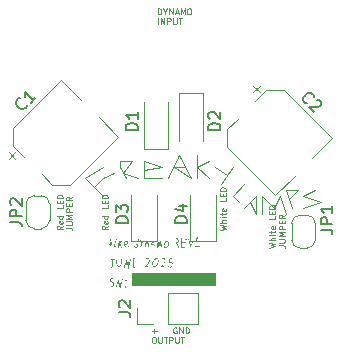
<source format=gbr>
%TF.GenerationSoftware,KiCad,Pcbnew,8.0.4*%
%TF.CreationDate,2025-06-18T18:58:41-07:00*%
%TF.ProjectId,Dyno_LED_PCB,44796e6f-5f4c-4454-945f-5043422e6b69,rev?*%
%TF.SameCoordinates,Original*%
%TF.FileFunction,Legend,Top*%
%TF.FilePolarity,Positive*%
%FSLAX46Y46*%
G04 Gerber Fmt 4.6, Leading zero omitted, Abs format (unit mm)*
G04 Created by KiCad (PCBNEW 8.0.4) date 2025-06-18 18:58:41*
%MOMM*%
%LPD*%
G01*
G04 APERTURE LIST*
%ADD10C,0.100000*%
%ADD11C,0.200000*%
%ADD12C,0.150000*%
%ADD13C,0.120000*%
G04 APERTURE END LIST*
D10*
X68000000Y-50000000D02*
X69500000Y-50000000D01*
X64500000Y-50000000D02*
X65500000Y-49500000D01*
X81500000Y-51500000D02*
X83000000Y-52000000D01*
X64500000Y-51500000D02*
X63000000Y-50000000D01*
X77500000Y-53000000D02*
X77000000Y-52000000D01*
X78000000Y-53000000D02*
X78000000Y-51500000D01*
X72500000Y-49000000D02*
X73500000Y-48500000D01*
X66000000Y-49000000D02*
X66000000Y-48500000D01*
X69500000Y-50000000D02*
X68000000Y-50000000D01*
X66500000Y-50000000D02*
X66000000Y-49000000D01*
X82500000Y-51000000D02*
X81500000Y-51500000D01*
X71000000Y-48000000D02*
X72000000Y-50000000D01*
X79000000Y-52500000D02*
X79500000Y-51500000D01*
X76500000Y-50500000D02*
X75500000Y-51500000D01*
X74500000Y-50500000D02*
X75500000Y-49000000D01*
X77500000Y-51500000D02*
X77500000Y-53000000D01*
X68000000Y-49250000D02*
X69500000Y-49000000D01*
X79500000Y-51500000D02*
X80000000Y-53000000D01*
X81000000Y-51000000D02*
X80250000Y-51750000D01*
X74000000Y-49000000D02*
X75000000Y-49750000D01*
X75500000Y-49000000D02*
X75000000Y-49750000D01*
X80000000Y-51000000D02*
X81000000Y-51000000D01*
X72000000Y-50000000D02*
X70500000Y-49000000D01*
X72500000Y-49000000D02*
X73500000Y-50000000D01*
X75500000Y-51500000D02*
X76000000Y-52000000D01*
X69500000Y-49000000D02*
X68000000Y-48500000D01*
X70000000Y-50000000D02*
X71000000Y-48000000D01*
X67000000Y-58000000D02*
X74000000Y-58000000D01*
X74000000Y-59000000D01*
X67000000Y-59000000D01*
X67000000Y-58000000D01*
G36*
X67000000Y-58000000D02*
G01*
X74000000Y-58000000D01*
X74000000Y-59000000D01*
X67000000Y-59000000D01*
X67000000Y-58000000D01*
G37*
X78000000Y-51500000D02*
X79000000Y-52500000D01*
X76500000Y-52500000D02*
X77500000Y-51500000D01*
X63000000Y-50000000D02*
X64500000Y-51500000D01*
X67000000Y-48500000D02*
X66250000Y-49500000D01*
X83000000Y-52000000D02*
X81500000Y-52500000D01*
X71500000Y-49000000D02*
X70500000Y-49000000D01*
X72500000Y-50000000D02*
X72500000Y-48000000D01*
X73500000Y-48500000D02*
X72500000Y-49000000D01*
X66000000Y-48500000D02*
X67000000Y-48500000D01*
X64500000Y-49000000D02*
X63000000Y-50000000D01*
X80500000Y-52500000D02*
X80000000Y-51000000D01*
X63750000Y-50750000D02*
X64500000Y-50000000D01*
X67500000Y-50000000D02*
X66250000Y-49500000D01*
X68000000Y-48500000D02*
X68000000Y-50000000D01*
X78606778Y-55861639D02*
X79114778Y-55740687D01*
X79114778Y-55740687D02*
X78751921Y-55643925D01*
X78751921Y-55643925D02*
X79114778Y-55547163D01*
X79114778Y-55547163D02*
X78606778Y-55426211D01*
X79114778Y-55232687D02*
X78606778Y-55232687D01*
X79114778Y-55014973D02*
X78848683Y-55014973D01*
X78848683Y-55014973D02*
X78800302Y-55039163D01*
X78800302Y-55039163D02*
X78776111Y-55087544D01*
X78776111Y-55087544D02*
X78776111Y-55160116D01*
X78776111Y-55160116D02*
X78800302Y-55208497D01*
X78800302Y-55208497D02*
X78824492Y-55232687D01*
X79114778Y-54773068D02*
X78776111Y-54773068D01*
X78606778Y-54773068D02*
X78630968Y-54797259D01*
X78630968Y-54797259D02*
X78655159Y-54773068D01*
X78655159Y-54773068D02*
X78630968Y-54748878D01*
X78630968Y-54748878D02*
X78606778Y-54773068D01*
X78606778Y-54773068D02*
X78655159Y-54773068D01*
X78776111Y-54603735D02*
X78776111Y-54410211D01*
X78606778Y-54531163D02*
X79042207Y-54531163D01*
X79042207Y-54531163D02*
X79090588Y-54506973D01*
X79090588Y-54506973D02*
X79114778Y-54458592D01*
X79114778Y-54458592D02*
X79114778Y-54410211D01*
X79090588Y-54047353D02*
X79114778Y-54095734D01*
X79114778Y-54095734D02*
X79114778Y-54192496D01*
X79114778Y-54192496D02*
X79090588Y-54240877D01*
X79090588Y-54240877D02*
X79042207Y-54265068D01*
X79042207Y-54265068D02*
X78848683Y-54265068D01*
X78848683Y-54265068D02*
X78800302Y-54240877D01*
X78800302Y-54240877D02*
X78776111Y-54192496D01*
X78776111Y-54192496D02*
X78776111Y-54095734D01*
X78776111Y-54095734D02*
X78800302Y-54047353D01*
X78800302Y-54047353D02*
X78848683Y-54023163D01*
X78848683Y-54023163D02*
X78897064Y-54023163D01*
X78897064Y-54023163D02*
X78945445Y-54265068D01*
X79114778Y-53176495D02*
X79114778Y-53418400D01*
X79114778Y-53418400D02*
X78606778Y-53418400D01*
X78848683Y-53007162D02*
X78848683Y-52837829D01*
X79114778Y-52765257D02*
X79114778Y-53007162D01*
X79114778Y-53007162D02*
X78606778Y-53007162D01*
X78606778Y-53007162D02*
X78606778Y-52765257D01*
X79114778Y-52547543D02*
X78606778Y-52547543D01*
X78606778Y-52547543D02*
X78606778Y-52426591D01*
X78606778Y-52426591D02*
X78630968Y-52354019D01*
X78630968Y-52354019D02*
X78679349Y-52305638D01*
X78679349Y-52305638D02*
X78727730Y-52281448D01*
X78727730Y-52281448D02*
X78824492Y-52257257D01*
X78824492Y-52257257D02*
X78897064Y-52257257D01*
X78897064Y-52257257D02*
X78993826Y-52281448D01*
X78993826Y-52281448D02*
X79042207Y-52305638D01*
X79042207Y-52305638D02*
X79090588Y-52354019D01*
X79090588Y-52354019D02*
X79114778Y-52426591D01*
X79114778Y-52426591D02*
X79114778Y-52547543D01*
X79424630Y-55668115D02*
X79787487Y-55668115D01*
X79787487Y-55668115D02*
X79860059Y-55692306D01*
X79860059Y-55692306D02*
X79908440Y-55740687D01*
X79908440Y-55740687D02*
X79932630Y-55813258D01*
X79932630Y-55813258D02*
X79932630Y-55861639D01*
X79424630Y-55426210D02*
X79835868Y-55426210D01*
X79835868Y-55426210D02*
X79884249Y-55402020D01*
X79884249Y-55402020D02*
X79908440Y-55377829D01*
X79908440Y-55377829D02*
X79932630Y-55329448D01*
X79932630Y-55329448D02*
X79932630Y-55232686D01*
X79932630Y-55232686D02*
X79908440Y-55184305D01*
X79908440Y-55184305D02*
X79884249Y-55160115D01*
X79884249Y-55160115D02*
X79835868Y-55135924D01*
X79835868Y-55135924D02*
X79424630Y-55135924D01*
X79932630Y-54894020D02*
X79424630Y-54894020D01*
X79424630Y-54894020D02*
X79787487Y-54724687D01*
X79787487Y-54724687D02*
X79424630Y-54555353D01*
X79424630Y-54555353D02*
X79932630Y-54555353D01*
X79932630Y-54313449D02*
X79424630Y-54313449D01*
X79424630Y-54313449D02*
X79424630Y-54119925D01*
X79424630Y-54119925D02*
X79448820Y-54071544D01*
X79448820Y-54071544D02*
X79473011Y-54047354D01*
X79473011Y-54047354D02*
X79521392Y-54023163D01*
X79521392Y-54023163D02*
X79593963Y-54023163D01*
X79593963Y-54023163D02*
X79642344Y-54047354D01*
X79642344Y-54047354D02*
X79666535Y-54071544D01*
X79666535Y-54071544D02*
X79690725Y-54119925D01*
X79690725Y-54119925D02*
X79690725Y-54313449D01*
X79666535Y-53805449D02*
X79666535Y-53636116D01*
X79932630Y-53563544D02*
X79932630Y-53805449D01*
X79932630Y-53805449D02*
X79424630Y-53805449D01*
X79424630Y-53805449D02*
X79424630Y-53563544D01*
X79932630Y-53055544D02*
X79690725Y-53224878D01*
X79932630Y-53345830D02*
X79424630Y-53345830D01*
X79424630Y-53345830D02*
X79424630Y-53152306D01*
X79424630Y-53152306D02*
X79448820Y-53103925D01*
X79448820Y-53103925D02*
X79473011Y-53079735D01*
X79473011Y-53079735D02*
X79521392Y-53055544D01*
X79521392Y-53055544D02*
X79593963Y-53055544D01*
X79593963Y-53055544D02*
X79642344Y-53079735D01*
X79642344Y-53079735D02*
X79666535Y-53103925D01*
X79666535Y-53103925D02*
X79690725Y-53152306D01*
X79690725Y-53152306D02*
X79690725Y-53345830D01*
X74424630Y-54361639D02*
X74932630Y-54240687D01*
X74932630Y-54240687D02*
X74569773Y-54143925D01*
X74569773Y-54143925D02*
X74932630Y-54047163D01*
X74932630Y-54047163D02*
X74424630Y-53926211D01*
X74932630Y-53732687D02*
X74424630Y-53732687D01*
X74932630Y-53514973D02*
X74666535Y-53514973D01*
X74666535Y-53514973D02*
X74618154Y-53539163D01*
X74618154Y-53539163D02*
X74593963Y-53587544D01*
X74593963Y-53587544D02*
X74593963Y-53660116D01*
X74593963Y-53660116D02*
X74618154Y-53708497D01*
X74618154Y-53708497D02*
X74642344Y-53732687D01*
X74932630Y-53273068D02*
X74593963Y-53273068D01*
X74424630Y-53273068D02*
X74448820Y-53297259D01*
X74448820Y-53297259D02*
X74473011Y-53273068D01*
X74473011Y-53273068D02*
X74448820Y-53248878D01*
X74448820Y-53248878D02*
X74424630Y-53273068D01*
X74424630Y-53273068D02*
X74473011Y-53273068D01*
X74593963Y-53103735D02*
X74593963Y-52910211D01*
X74424630Y-53031163D02*
X74860059Y-53031163D01*
X74860059Y-53031163D02*
X74908440Y-53006973D01*
X74908440Y-53006973D02*
X74932630Y-52958592D01*
X74932630Y-52958592D02*
X74932630Y-52910211D01*
X74908440Y-52547353D02*
X74932630Y-52595734D01*
X74932630Y-52595734D02*
X74932630Y-52692496D01*
X74932630Y-52692496D02*
X74908440Y-52740877D01*
X74908440Y-52740877D02*
X74860059Y-52765068D01*
X74860059Y-52765068D02*
X74666535Y-52765068D01*
X74666535Y-52765068D02*
X74618154Y-52740877D01*
X74618154Y-52740877D02*
X74593963Y-52692496D01*
X74593963Y-52692496D02*
X74593963Y-52595734D01*
X74593963Y-52595734D02*
X74618154Y-52547353D01*
X74618154Y-52547353D02*
X74666535Y-52523163D01*
X74666535Y-52523163D02*
X74714916Y-52523163D01*
X74714916Y-52523163D02*
X74763297Y-52765068D01*
X74932630Y-51676495D02*
X74932630Y-51918400D01*
X74932630Y-51918400D02*
X74424630Y-51918400D01*
X74666535Y-51507162D02*
X74666535Y-51337829D01*
X74932630Y-51265257D02*
X74932630Y-51507162D01*
X74932630Y-51507162D02*
X74424630Y-51507162D01*
X74424630Y-51507162D02*
X74424630Y-51265257D01*
X74932630Y-51047543D02*
X74424630Y-51047543D01*
X74424630Y-51047543D02*
X74424630Y-50926591D01*
X74424630Y-50926591D02*
X74448820Y-50854019D01*
X74448820Y-50854019D02*
X74497201Y-50805638D01*
X74497201Y-50805638D02*
X74545582Y-50781448D01*
X74545582Y-50781448D02*
X74642344Y-50757257D01*
X74642344Y-50757257D02*
X74714916Y-50757257D01*
X74714916Y-50757257D02*
X74811678Y-50781448D01*
X74811678Y-50781448D02*
X74860059Y-50805638D01*
X74860059Y-50805638D02*
X74908440Y-50854019D01*
X74908440Y-50854019D02*
X74932630Y-50926591D01*
X74932630Y-50926591D02*
X74932630Y-51047543D01*
X64932630Y-54022972D02*
X64690725Y-54192306D01*
X64932630Y-54313258D02*
X64424630Y-54313258D01*
X64424630Y-54313258D02*
X64424630Y-54119734D01*
X64424630Y-54119734D02*
X64448820Y-54071353D01*
X64448820Y-54071353D02*
X64473011Y-54047163D01*
X64473011Y-54047163D02*
X64521392Y-54022972D01*
X64521392Y-54022972D02*
X64593963Y-54022972D01*
X64593963Y-54022972D02*
X64642344Y-54047163D01*
X64642344Y-54047163D02*
X64666535Y-54071353D01*
X64666535Y-54071353D02*
X64690725Y-54119734D01*
X64690725Y-54119734D02*
X64690725Y-54313258D01*
X64908440Y-53611734D02*
X64932630Y-53660115D01*
X64932630Y-53660115D02*
X64932630Y-53756877D01*
X64932630Y-53756877D02*
X64908440Y-53805258D01*
X64908440Y-53805258D02*
X64860059Y-53829449D01*
X64860059Y-53829449D02*
X64666535Y-53829449D01*
X64666535Y-53829449D02*
X64618154Y-53805258D01*
X64618154Y-53805258D02*
X64593963Y-53756877D01*
X64593963Y-53756877D02*
X64593963Y-53660115D01*
X64593963Y-53660115D02*
X64618154Y-53611734D01*
X64618154Y-53611734D02*
X64666535Y-53587544D01*
X64666535Y-53587544D02*
X64714916Y-53587544D01*
X64714916Y-53587544D02*
X64763297Y-53829449D01*
X64932630Y-53152115D02*
X64424630Y-53152115D01*
X64908440Y-53152115D02*
X64932630Y-53200496D01*
X64932630Y-53200496D02*
X64932630Y-53297258D01*
X64932630Y-53297258D02*
X64908440Y-53345639D01*
X64908440Y-53345639D02*
X64884249Y-53369829D01*
X64884249Y-53369829D02*
X64835868Y-53394020D01*
X64835868Y-53394020D02*
X64690725Y-53394020D01*
X64690725Y-53394020D02*
X64642344Y-53369829D01*
X64642344Y-53369829D02*
X64618154Y-53345639D01*
X64618154Y-53345639D02*
X64593963Y-53297258D01*
X64593963Y-53297258D02*
X64593963Y-53200496D01*
X64593963Y-53200496D02*
X64618154Y-53152115D01*
X64932630Y-52281257D02*
X64932630Y-52523162D01*
X64932630Y-52523162D02*
X64424630Y-52523162D01*
X64666535Y-52111924D02*
X64666535Y-51942591D01*
X64932630Y-51870019D02*
X64932630Y-52111924D01*
X64932630Y-52111924D02*
X64424630Y-52111924D01*
X64424630Y-52111924D02*
X64424630Y-51870019D01*
X64932630Y-51652305D02*
X64424630Y-51652305D01*
X64424630Y-51652305D02*
X64424630Y-51531353D01*
X64424630Y-51531353D02*
X64448820Y-51458781D01*
X64448820Y-51458781D02*
X64497201Y-51410400D01*
X64497201Y-51410400D02*
X64545582Y-51386210D01*
X64545582Y-51386210D02*
X64642344Y-51362019D01*
X64642344Y-51362019D02*
X64714916Y-51362019D01*
X64714916Y-51362019D02*
X64811678Y-51386210D01*
X64811678Y-51386210D02*
X64860059Y-51410400D01*
X64860059Y-51410400D02*
X64908440Y-51458781D01*
X64908440Y-51458781D02*
X64932630Y-51531353D01*
X64932630Y-51531353D02*
X64932630Y-51652305D01*
X69186741Y-36114778D02*
X69186741Y-35606778D01*
X69186741Y-35606778D02*
X69307693Y-35606778D01*
X69307693Y-35606778D02*
X69380265Y-35630968D01*
X69380265Y-35630968D02*
X69428646Y-35679349D01*
X69428646Y-35679349D02*
X69452836Y-35727730D01*
X69452836Y-35727730D02*
X69477027Y-35824492D01*
X69477027Y-35824492D02*
X69477027Y-35897064D01*
X69477027Y-35897064D02*
X69452836Y-35993826D01*
X69452836Y-35993826D02*
X69428646Y-36042207D01*
X69428646Y-36042207D02*
X69380265Y-36090588D01*
X69380265Y-36090588D02*
X69307693Y-36114778D01*
X69307693Y-36114778D02*
X69186741Y-36114778D01*
X69791503Y-35872873D02*
X69791503Y-36114778D01*
X69622169Y-35606778D02*
X69791503Y-35872873D01*
X69791503Y-35872873D02*
X69960836Y-35606778D01*
X70130170Y-36114778D02*
X70130170Y-35606778D01*
X70130170Y-35606778D02*
X70420456Y-36114778D01*
X70420456Y-36114778D02*
X70420456Y-35606778D01*
X70638169Y-35969635D02*
X70880074Y-35969635D01*
X70589788Y-36114778D02*
X70759122Y-35606778D01*
X70759122Y-35606778D02*
X70928455Y-36114778D01*
X71097789Y-36114778D02*
X71097789Y-35606778D01*
X71097789Y-35606778D02*
X71267122Y-35969635D01*
X71267122Y-35969635D02*
X71436456Y-35606778D01*
X71436456Y-35606778D02*
X71436456Y-36114778D01*
X71775122Y-35606778D02*
X71871884Y-35606778D01*
X71871884Y-35606778D02*
X71920265Y-35630968D01*
X71920265Y-35630968D02*
X71968646Y-35679349D01*
X71968646Y-35679349D02*
X71992836Y-35776111D01*
X71992836Y-35776111D02*
X71992836Y-35945445D01*
X71992836Y-35945445D02*
X71968646Y-36042207D01*
X71968646Y-36042207D02*
X71920265Y-36090588D01*
X71920265Y-36090588D02*
X71871884Y-36114778D01*
X71871884Y-36114778D02*
X71775122Y-36114778D01*
X71775122Y-36114778D02*
X71726741Y-36090588D01*
X71726741Y-36090588D02*
X71678360Y-36042207D01*
X71678360Y-36042207D02*
X71654169Y-35945445D01*
X71654169Y-35945445D02*
X71654169Y-35776111D01*
X71654169Y-35776111D02*
X71678360Y-35679349D01*
X71678360Y-35679349D02*
X71726741Y-35630968D01*
X71726741Y-35630968D02*
X71775122Y-35606778D01*
X69186741Y-36932630D02*
X69186741Y-36424630D01*
X69428646Y-36932630D02*
X69428646Y-36424630D01*
X69428646Y-36424630D02*
X69718932Y-36932630D01*
X69718932Y-36932630D02*
X69718932Y-36424630D01*
X69960836Y-36932630D02*
X69960836Y-36424630D01*
X69960836Y-36424630D02*
X70154360Y-36424630D01*
X70154360Y-36424630D02*
X70202741Y-36448820D01*
X70202741Y-36448820D02*
X70226931Y-36473011D01*
X70226931Y-36473011D02*
X70251122Y-36521392D01*
X70251122Y-36521392D02*
X70251122Y-36593963D01*
X70251122Y-36593963D02*
X70226931Y-36642344D01*
X70226931Y-36642344D02*
X70202741Y-36666535D01*
X70202741Y-36666535D02*
X70154360Y-36690725D01*
X70154360Y-36690725D02*
X69960836Y-36690725D01*
X70468836Y-36424630D02*
X70468836Y-36835868D01*
X70468836Y-36835868D02*
X70493026Y-36884249D01*
X70493026Y-36884249D02*
X70517217Y-36908440D01*
X70517217Y-36908440D02*
X70565598Y-36932630D01*
X70565598Y-36932630D02*
X70662360Y-36932630D01*
X70662360Y-36932630D02*
X70710741Y-36908440D01*
X70710741Y-36908440D02*
X70734931Y-36884249D01*
X70734931Y-36884249D02*
X70759122Y-36835868D01*
X70759122Y-36835868D02*
X70759122Y-36424630D01*
X70928454Y-36424630D02*
X71218740Y-36424630D01*
X71073597Y-36932630D02*
X71073597Y-36424630D01*
X61114778Y-54022972D02*
X60872873Y-54192306D01*
X61114778Y-54313258D02*
X60606778Y-54313258D01*
X60606778Y-54313258D02*
X60606778Y-54119734D01*
X60606778Y-54119734D02*
X60630968Y-54071353D01*
X60630968Y-54071353D02*
X60655159Y-54047163D01*
X60655159Y-54047163D02*
X60703540Y-54022972D01*
X60703540Y-54022972D02*
X60776111Y-54022972D01*
X60776111Y-54022972D02*
X60824492Y-54047163D01*
X60824492Y-54047163D02*
X60848683Y-54071353D01*
X60848683Y-54071353D02*
X60872873Y-54119734D01*
X60872873Y-54119734D02*
X60872873Y-54313258D01*
X61090588Y-53611734D02*
X61114778Y-53660115D01*
X61114778Y-53660115D02*
X61114778Y-53756877D01*
X61114778Y-53756877D02*
X61090588Y-53805258D01*
X61090588Y-53805258D02*
X61042207Y-53829449D01*
X61042207Y-53829449D02*
X60848683Y-53829449D01*
X60848683Y-53829449D02*
X60800302Y-53805258D01*
X60800302Y-53805258D02*
X60776111Y-53756877D01*
X60776111Y-53756877D02*
X60776111Y-53660115D01*
X60776111Y-53660115D02*
X60800302Y-53611734D01*
X60800302Y-53611734D02*
X60848683Y-53587544D01*
X60848683Y-53587544D02*
X60897064Y-53587544D01*
X60897064Y-53587544D02*
X60945445Y-53829449D01*
X61114778Y-53152115D02*
X60606778Y-53152115D01*
X61090588Y-53152115D02*
X61114778Y-53200496D01*
X61114778Y-53200496D02*
X61114778Y-53297258D01*
X61114778Y-53297258D02*
X61090588Y-53345639D01*
X61090588Y-53345639D02*
X61066397Y-53369829D01*
X61066397Y-53369829D02*
X61018016Y-53394020D01*
X61018016Y-53394020D02*
X60872873Y-53394020D01*
X60872873Y-53394020D02*
X60824492Y-53369829D01*
X60824492Y-53369829D02*
X60800302Y-53345639D01*
X60800302Y-53345639D02*
X60776111Y-53297258D01*
X60776111Y-53297258D02*
X60776111Y-53200496D01*
X60776111Y-53200496D02*
X60800302Y-53152115D01*
X61114778Y-52281257D02*
X61114778Y-52523162D01*
X61114778Y-52523162D02*
X60606778Y-52523162D01*
X60848683Y-52111924D02*
X60848683Y-51942591D01*
X61114778Y-51870019D02*
X61114778Y-52111924D01*
X61114778Y-52111924D02*
X60606778Y-52111924D01*
X60606778Y-52111924D02*
X60606778Y-51870019D01*
X61114778Y-51652305D02*
X60606778Y-51652305D01*
X60606778Y-51652305D02*
X60606778Y-51531353D01*
X60606778Y-51531353D02*
X60630968Y-51458781D01*
X60630968Y-51458781D02*
X60679349Y-51410400D01*
X60679349Y-51410400D02*
X60727730Y-51386210D01*
X60727730Y-51386210D02*
X60824492Y-51362019D01*
X60824492Y-51362019D02*
X60897064Y-51362019D01*
X60897064Y-51362019D02*
X60993826Y-51386210D01*
X60993826Y-51386210D02*
X61042207Y-51410400D01*
X61042207Y-51410400D02*
X61090588Y-51458781D01*
X61090588Y-51458781D02*
X61114778Y-51531353D01*
X61114778Y-51531353D02*
X61114778Y-51652305D01*
X61424630Y-54168115D02*
X61787487Y-54168115D01*
X61787487Y-54168115D02*
X61860059Y-54192306D01*
X61860059Y-54192306D02*
X61908440Y-54240687D01*
X61908440Y-54240687D02*
X61932630Y-54313258D01*
X61932630Y-54313258D02*
X61932630Y-54361639D01*
X61424630Y-53926210D02*
X61835868Y-53926210D01*
X61835868Y-53926210D02*
X61884249Y-53902020D01*
X61884249Y-53902020D02*
X61908440Y-53877829D01*
X61908440Y-53877829D02*
X61932630Y-53829448D01*
X61932630Y-53829448D02*
X61932630Y-53732686D01*
X61932630Y-53732686D02*
X61908440Y-53684305D01*
X61908440Y-53684305D02*
X61884249Y-53660115D01*
X61884249Y-53660115D02*
X61835868Y-53635924D01*
X61835868Y-53635924D02*
X61424630Y-53635924D01*
X61932630Y-53394020D02*
X61424630Y-53394020D01*
X61424630Y-53394020D02*
X61787487Y-53224687D01*
X61787487Y-53224687D02*
X61424630Y-53055353D01*
X61424630Y-53055353D02*
X61932630Y-53055353D01*
X61932630Y-52813449D02*
X61424630Y-52813449D01*
X61424630Y-52813449D02*
X61424630Y-52619925D01*
X61424630Y-52619925D02*
X61448820Y-52571544D01*
X61448820Y-52571544D02*
X61473011Y-52547354D01*
X61473011Y-52547354D02*
X61521392Y-52523163D01*
X61521392Y-52523163D02*
X61593963Y-52523163D01*
X61593963Y-52523163D02*
X61642344Y-52547354D01*
X61642344Y-52547354D02*
X61666535Y-52571544D01*
X61666535Y-52571544D02*
X61690725Y-52619925D01*
X61690725Y-52619925D02*
X61690725Y-52813449D01*
X61666535Y-52305449D02*
X61666535Y-52136116D01*
X61932630Y-52063544D02*
X61932630Y-52305449D01*
X61932630Y-52305449D02*
X61424630Y-52305449D01*
X61424630Y-52305449D02*
X61424630Y-52063544D01*
X61932630Y-51555544D02*
X61690725Y-51724878D01*
X61932630Y-51845830D02*
X61424630Y-51845830D01*
X61424630Y-51845830D02*
X61424630Y-51652306D01*
X61424630Y-51652306D02*
X61448820Y-51603925D01*
X61448820Y-51603925D02*
X61473011Y-51579735D01*
X61473011Y-51579735D02*
X61521392Y-51555544D01*
X61521392Y-51555544D02*
X61593963Y-51555544D01*
X61593963Y-51555544D02*
X61642344Y-51579735D01*
X61642344Y-51579735D02*
X61666535Y-51603925D01*
X61666535Y-51603925D02*
X61690725Y-51652306D01*
X61690725Y-51652306D02*
X61690725Y-51845830D01*
D11*
G36*
X65161688Y-55048918D02*
G01*
X65164752Y-55099634D01*
X65164863Y-55119993D01*
X65164315Y-55173669D01*
X65162883Y-55223446D01*
X65160562Y-55274614D01*
X65159246Y-55297801D01*
X65155393Y-55348910D01*
X65151674Y-55378157D01*
X65166573Y-55366189D01*
X65206873Y-55360083D01*
X65248590Y-55386237D01*
X65253524Y-55390614D01*
X65286177Y-55428246D01*
X65292114Y-55438729D01*
X65303334Y-55487227D01*
X65304082Y-55506873D01*
X65300445Y-55558610D01*
X65288184Y-55605900D01*
X65273307Y-55635101D01*
X65231859Y-55665392D01*
X65187822Y-55672226D01*
X65163154Y-55673691D01*
X65157048Y-55680286D01*
X65138729Y-55697627D01*
X65112840Y-55679309D01*
X65101360Y-55648534D01*
X65091835Y-55625575D01*
X65077424Y-55589916D01*
X65099406Y-55557187D01*
X65105512Y-55554989D01*
X65105512Y-55549127D01*
X65164863Y-55549127D01*
X65166787Y-55598128D01*
X65168283Y-55602861D01*
X65192951Y-55607257D01*
X65226413Y-55596510D01*
X65246685Y-55562072D01*
X65255966Y-55516643D01*
X65244899Y-55468329D01*
X65227634Y-55446301D01*
X65204919Y-55428715D01*
X65201988Y-55428715D01*
X65171649Y-55469287D01*
X65170237Y-55474877D01*
X65165288Y-55525282D01*
X65164863Y-55549127D01*
X65105512Y-55549127D01*
X65105512Y-55411130D01*
X65105487Y-55359408D01*
X65105372Y-55297512D01*
X65105166Y-55243691D01*
X65104780Y-55187770D01*
X65104127Y-55137320D01*
X65102581Y-55093614D01*
X65102581Y-55080669D01*
X65114507Y-55032813D01*
X65133112Y-55024982D01*
X65161688Y-55048918D01*
G37*
G36*
X65619644Y-55172016D02*
G01*
X65611584Y-55145150D01*
X65645278Y-55108061D01*
X65647487Y-55108025D01*
X65650662Y-55108025D01*
X65670690Y-55114863D01*
X65676308Y-55137578D01*
X65662142Y-55175191D01*
X65619644Y-55172016D01*
G37*
G36*
X65588136Y-55287787D02*
G01*
X65610851Y-55276796D01*
X65637570Y-55320374D01*
X65638450Y-55326378D01*
X65638939Y-55332484D01*
X65639672Y-55338101D01*
X65621949Y-55385317D01*
X65608164Y-55402337D01*
X65595952Y-55424075D01*
X65578352Y-55471976D01*
X65571772Y-55488555D01*
X65554255Y-55534253D01*
X65544905Y-55565736D01*
X65532205Y-55608722D01*
X65521651Y-55659122D01*
X65520237Y-55698115D01*
X65521458Y-55718387D01*
X65539288Y-55747941D01*
X65566643Y-55768457D01*
X65577145Y-55770411D01*
X65612593Y-55734883D01*
X65613782Y-55732554D01*
X65640404Y-55700069D01*
X65657257Y-55713014D01*
X65663607Y-55737438D01*
X65650418Y-55782379D01*
X65625017Y-55823412D01*
X65593998Y-55838311D01*
X65555408Y-55832449D01*
X65510188Y-55809783D01*
X65483112Y-55776273D01*
X65466015Y-55760397D01*
X65444521Y-55745987D01*
X65441346Y-55722784D01*
X65447452Y-55700069D01*
X65462962Y-55652038D01*
X65468213Y-55627529D01*
X65481988Y-55580636D01*
X65482623Y-55578681D01*
X65499805Y-55532353D01*
X65517185Y-55483747D01*
X65527564Y-55452407D01*
X65543875Y-55403538D01*
X65554187Y-55374494D01*
X65568960Y-55326754D01*
X65569330Y-55321004D01*
X65588136Y-55287787D01*
G37*
G36*
X65864619Y-55110223D02*
G01*
X65884159Y-55098011D01*
X65908583Y-55107292D01*
X65916399Y-55152233D01*
X65916399Y-55184961D01*
X65913600Y-55233801D01*
X65909316Y-55262386D01*
X65905163Y-55302930D01*
X65900691Y-55352149D01*
X65897836Y-55364968D01*
X65892463Y-55392568D01*
X65888066Y-55415771D01*
X65881228Y-55450453D01*
X65877320Y-55453872D01*
X65912405Y-55418079D01*
X65927145Y-55404047D01*
X65966097Y-55369338D01*
X66008194Y-55337333D01*
X66039497Y-55317341D01*
X66082834Y-55289625D01*
X66120830Y-55276796D01*
X66140858Y-55289986D01*
X66144277Y-55316852D01*
X66135675Y-55366033D01*
X66133042Y-55370341D01*
X66118632Y-55388171D01*
X66100069Y-55384263D01*
X66086392Y-55360572D01*
X66092742Y-55357152D01*
X66065387Y-55370586D01*
X66025044Y-55400467D01*
X66022156Y-55402826D01*
X65991381Y-55426273D01*
X65983810Y-55442149D01*
X65998021Y-55491401D01*
X65998953Y-55494173D01*
X66011653Y-55538625D01*
X66027417Y-55586607D01*
X66043893Y-55636810D01*
X66060499Y-55687348D01*
X66075263Y-55734067D01*
X66076378Y-55738415D01*
X66093804Y-55786992D01*
X66100314Y-55804117D01*
X66118037Y-55850338D01*
X66123028Y-55864445D01*
X66132554Y-55870795D01*
X66145743Y-55887648D01*
X66143056Y-55915003D01*
X66113991Y-55928192D01*
X66090055Y-55918667D01*
X66065851Y-55872832D01*
X66046228Y-55819380D01*
X66029146Y-55766670D01*
X66013363Y-55714480D01*
X65997675Y-55666820D01*
X65988450Y-55641939D01*
X65978436Y-55612875D01*
X65964515Y-55571598D01*
X65948394Y-55530809D01*
X65931786Y-55498569D01*
X65921284Y-55487822D01*
X65921528Y-55487822D01*
X65901744Y-55513224D01*
X65876587Y-55537159D01*
X65869993Y-55536671D01*
X65867520Y-55587779D01*
X65865596Y-55627529D01*
X65863407Y-55678582D01*
X65861772Y-55728262D01*
X65861444Y-55751605D01*
X65869504Y-55784822D01*
X65881228Y-55821946D01*
X65871702Y-55858339D01*
X65845080Y-55880321D01*
X65824075Y-55868353D01*
X65812351Y-55845882D01*
X65810683Y-55796584D01*
X65810642Y-55781158D01*
X65811448Y-55724182D01*
X65813423Y-55675141D01*
X65816583Y-55625910D01*
X65820928Y-55576491D01*
X65826457Y-55526883D01*
X65827494Y-55518597D01*
X65834075Y-55462118D01*
X65840807Y-55405835D01*
X65847055Y-55356017D01*
X65854361Y-55307571D01*
X65856506Y-55256590D01*
X65858513Y-55210607D01*
X65860894Y-55159979D01*
X65864366Y-55111245D01*
X65864619Y-55110223D01*
G37*
G36*
X66576587Y-55298534D02*
G01*
X66610781Y-55324668D01*
X66637648Y-55356908D01*
X66649402Y-55405470D01*
X66651325Y-55450453D01*
X66642872Y-55499481D01*
X66634961Y-55518597D01*
X66608441Y-55559997D01*
X66569260Y-55584787D01*
X66544103Y-55594068D01*
X66502826Y-55600418D01*
X66451753Y-55596501D01*
X66408792Y-55582588D01*
X66366844Y-55553951D01*
X66352861Y-55534961D01*
X66347487Y-55526413D01*
X66344312Y-55522993D01*
X66340404Y-55555966D01*
X66342847Y-55595289D01*
X66358478Y-55644504D01*
X66383780Y-55686428D01*
X66385833Y-55689078D01*
X66420463Y-55724330D01*
X66462069Y-55751317D01*
X66468143Y-55754291D01*
X66515484Y-55770663D01*
X66543614Y-55773342D01*
X66592811Y-55763967D01*
X66631297Y-55740125D01*
X66671254Y-55711789D01*
X66686985Y-55707152D01*
X66704815Y-55730600D01*
X66688206Y-55761374D01*
X66676482Y-55774075D01*
X66661584Y-55796545D01*
X66629099Y-55820237D01*
X66580340Y-55835223D01*
X66551919Y-55836845D01*
X66500699Y-55832689D01*
X66452854Y-55818676D01*
X66422470Y-55801674D01*
X66399511Y-55788241D01*
X66361377Y-55755759D01*
X66355303Y-55749651D01*
X66322328Y-55712793D01*
X66315736Y-55702756D01*
X66297658Y-55654204D01*
X66285969Y-55606723D01*
X66283984Y-55582833D01*
X66289892Y-55533465D01*
X66294487Y-55521772D01*
X66302302Y-55490020D01*
X66311263Y-55463886D01*
X66363852Y-55463886D01*
X66393649Y-55482449D01*
X66423302Y-55521879D01*
X66430286Y-55526413D01*
X66477563Y-55542607D01*
X66498674Y-55543998D01*
X66530669Y-55540090D01*
X66567306Y-55520062D01*
X66591242Y-55480739D01*
X66604675Y-55444836D01*
X66610781Y-55430914D01*
X66606140Y-55427739D01*
X66607606Y-55427983D01*
X66595638Y-55395743D01*
X66572191Y-55362037D01*
X66526162Y-55344726D01*
X66518213Y-55344452D01*
X66468380Y-55354760D01*
X66444207Y-55368387D01*
X66405794Y-55401361D01*
X66388276Y-55420900D01*
X66364340Y-55463154D01*
X66363852Y-55463886D01*
X66311263Y-55463886D01*
X66318705Y-55442183D01*
X66334054Y-55415771D01*
X66362333Y-55375535D01*
X66390230Y-55348360D01*
X66403419Y-55334926D01*
X66428576Y-55315875D01*
X66474249Y-55298046D01*
X66524151Y-55292275D01*
X66532379Y-55292184D01*
X66576587Y-55298534D01*
G37*
G36*
X67499337Y-55085799D02*
G01*
X67524249Y-55076517D01*
X67543300Y-55098011D01*
X67547941Y-55138311D01*
X67541024Y-55188394D01*
X67538660Y-55214759D01*
X67533755Y-55267685D01*
X67527629Y-55318575D01*
X67520780Y-55370521D01*
X67512345Y-55431137D01*
X67504455Y-55485872D01*
X67497871Y-55530565D01*
X67490215Y-55580024D01*
X67479524Y-55635643D01*
X67466940Y-55689017D01*
X67452463Y-55740148D01*
X67440963Y-55775296D01*
X67421158Y-55823590D01*
X67392358Y-55864445D01*
X67347149Y-55885257D01*
X67333007Y-55887404D01*
X67326901Y-55887404D01*
X67279125Y-55871175D01*
X67238853Y-55839268D01*
X67235554Y-55836113D01*
X67203974Y-55796996D01*
X67199406Y-55787752D01*
X67191394Y-55739096D01*
X67191102Y-55723517D01*
X67197536Y-55674148D01*
X67200139Y-55667829D01*
X67229631Y-55627987D01*
X67246545Y-55609699D01*
X67282913Y-55573717D01*
X67306873Y-55555478D01*
X67353893Y-55539354D01*
X67368178Y-55536915D01*
X67399930Y-55534228D01*
X67422644Y-55542533D01*
X67428995Y-55568667D01*
X67402861Y-55607501D01*
X67388939Y-55603593D01*
X67374773Y-55600418D01*
X67325255Y-55610482D01*
X67290265Y-55636078D01*
X67258651Y-55673415D01*
X67257780Y-55674912D01*
X67250209Y-55715212D01*
X67250209Y-55737438D01*
X67258757Y-55768457D01*
X67287578Y-55802407D01*
X67314445Y-55821458D01*
X67345219Y-55817550D01*
X67375261Y-55793614D01*
X67386496Y-55771388D01*
X67398709Y-55733775D01*
X67412142Y-55703244D01*
X67418004Y-55676866D01*
X67431003Y-55626663D01*
X67441437Y-55575097D01*
X67450591Y-55521662D01*
X67458457Y-55469684D01*
X67459769Y-55460467D01*
X67467599Y-55411565D01*
X67470272Y-55395254D01*
X67477689Y-55346573D01*
X67478576Y-55339323D01*
X67482483Y-55290464D01*
X67482728Y-55286078D01*
X67484617Y-55236924D01*
X67484926Y-55203035D01*
X67484926Y-55096301D01*
X67499337Y-55085799D01*
G37*
G36*
X67699616Y-55177634D02*
G01*
X67742847Y-55161270D01*
X67770446Y-55172993D01*
X67762875Y-55220865D01*
X67753593Y-55240893D01*
X67758636Y-55289502D01*
X67760676Y-55307815D01*
X67768278Y-55358007D01*
X67772400Y-55379623D01*
X67781737Y-55427888D01*
X67784612Y-55444103D01*
X67793161Y-55485868D01*
X67801953Y-55504675D01*
X67812944Y-55470237D01*
X67833242Y-55423403D01*
X67844207Y-55399651D01*
X67860327Y-55364724D01*
X67878188Y-55317875D01*
X67892079Y-55288276D01*
X67927250Y-55262630D01*
X67947034Y-55270446D01*
X67959002Y-55294382D01*
X67943159Y-55341918D01*
X67920667Y-55389698D01*
X67908932Y-55413084D01*
X67886930Y-55459621D01*
X67866948Y-55505088D01*
X67865457Y-55508583D01*
X67845807Y-55554740D01*
X67830286Y-55591870D01*
X67810300Y-55638933D01*
X67793893Y-55678576D01*
X67772427Y-55724715D01*
X67770446Y-55728401D01*
X67748953Y-55771144D01*
X67736252Y-55793859D01*
X67716224Y-55798743D01*
X67683007Y-55762840D01*
X67697091Y-55715332D01*
X67702791Y-55706420D01*
X67726404Y-55661754D01*
X67744312Y-55624354D01*
X67758967Y-55589916D01*
X67746999Y-55562072D01*
X67730303Y-55513853D01*
X67722670Y-55464699D01*
X67722575Y-55459002D01*
X67717667Y-55409632D01*
X67708653Y-55363747D01*
X67698509Y-55313257D01*
X67691525Y-55264004D01*
X67688625Y-55231856D01*
X67687404Y-55207187D01*
X67699616Y-55177634D01*
G37*
G36*
X68231088Y-55366434D02*
G01*
X68272325Y-55338617D01*
X68273342Y-55338590D01*
X68320541Y-55358681D01*
X68346859Y-55385240D01*
X68374311Y-55426988D01*
X68386427Y-55449232D01*
X68407244Y-55494226D01*
X68413049Y-55513712D01*
X68424040Y-55553524D01*
X68435052Y-55603079D01*
X68437229Y-55644626D01*
X68434179Y-55694004D01*
X68430146Y-55724738D01*
X68420293Y-55773894D01*
X68415491Y-55792882D01*
X68395708Y-55805826D01*
X68362163Y-55769977D01*
X68361025Y-55765038D01*
X68361025Y-55754535D01*
X68365177Y-55707397D01*
X68369574Y-55658792D01*
X68364782Y-55607676D01*
X68354431Y-55565247D01*
X68337456Y-55519269D01*
X68313886Y-55475122D01*
X68284553Y-55435892D01*
X68276029Y-55431646D01*
X68241983Y-55468086D01*
X68231332Y-55486845D01*
X68209013Y-55534959D01*
X68191416Y-55585169D01*
X68182484Y-55617027D01*
X68171622Y-55667615D01*
X68163722Y-55719383D01*
X68160101Y-55770928D01*
X68160013Y-55779692D01*
X68149967Y-55828078D01*
X68128262Y-55839532D01*
X68105059Y-55829274D01*
X68094361Y-55781457D01*
X68093824Y-55757222D01*
X68095179Y-55705110D01*
X68099641Y-55654566D01*
X68100907Y-55645115D01*
X68107132Y-55593369D01*
X68113429Y-55540055D01*
X68118939Y-55489879D01*
X68119225Y-55485624D01*
X68118492Y-55478541D01*
X68117759Y-55471702D01*
X68117759Y-55461688D01*
X68138452Y-55415804D01*
X68157815Y-55411863D01*
X68183217Y-55427739D01*
X68183949Y-55434333D01*
X68190300Y-55423098D01*
X68201046Y-55404535D01*
X68231088Y-55366434D01*
G37*
G36*
X68861967Y-55336636D02*
G01*
X68867341Y-55348848D01*
X68885587Y-55395660D01*
X68885659Y-55399895D01*
X68884438Y-55426273D01*
X68878736Y-55477086D01*
X68874668Y-55526782D01*
X68874424Y-55536427D01*
X68878576Y-55568178D01*
X68895917Y-55610921D01*
X68916434Y-55631437D01*
X68944738Y-55673354D01*
X68944766Y-55675645D01*
X68901902Y-55701753D01*
X68899092Y-55701779D01*
X68892986Y-55701779D01*
X68871493Y-55694452D01*
X68855129Y-55663189D01*
X68841939Y-55629727D01*
X68831437Y-55604570D01*
X68824598Y-55582100D01*
X68805059Y-55601884D01*
X68768228Y-55637902D01*
X68724703Y-55660990D01*
X68716399Y-55660502D01*
X68692219Y-55668073D01*
X68642301Y-55661204D01*
X68629204Y-55655861D01*
X68600383Y-55631193D01*
X68577133Y-55587672D01*
X68570586Y-55553279D01*
X68572777Y-55544731D01*
X68628227Y-55544731D01*
X68650919Y-55588326D01*
X68652407Y-55589672D01*
X68685136Y-55603105D01*
X68734613Y-55589010D01*
X68760362Y-55570376D01*
X68793089Y-55531949D01*
X68809944Y-55491974D01*
X68816455Y-55442643D01*
X68816782Y-55422365D01*
X68813363Y-55378401D01*
X68807501Y-55376692D01*
X68793579Y-55379378D01*
X68746396Y-55399740D01*
X68704012Y-55432489D01*
X68685136Y-55450453D01*
X68652735Y-55487159D01*
X68629616Y-55532512D01*
X68628227Y-55544731D01*
X68572777Y-55544731D01*
X68583179Y-55504145D01*
X68602826Y-55472923D01*
X68619923Y-55448988D01*
X68637752Y-55425296D01*
X68653628Y-55406978D01*
X68678053Y-55386461D01*
X68705896Y-55366189D01*
X68740823Y-55342009D01*
X68773307Y-55323203D01*
X68811898Y-55309036D01*
X68835833Y-55306350D01*
X68861967Y-55336636D01*
G37*
G36*
X69381472Y-55304640D02*
G01*
X69408583Y-55293649D01*
X69436427Y-55307327D01*
X69452950Y-55356452D01*
X69464686Y-55405844D01*
X69476327Y-55460962D01*
X69487143Y-55515906D01*
X69489427Y-55527878D01*
X69499549Y-55576743D01*
X69509558Y-55627388D01*
X69517515Y-55671249D01*
X69527304Y-55722120D01*
X69534609Y-55770566D01*
X69536078Y-55792393D01*
X69513607Y-55824145D01*
X69510676Y-55822679D01*
X69507501Y-55822679D01*
X69478192Y-55793614D01*
X69459874Y-55746964D01*
X69451579Y-55695933D01*
X69442447Y-55642655D01*
X69435938Y-55605059D01*
X69428415Y-55552594D01*
X69419420Y-55502790D01*
X69413712Y-55480495D01*
X69404675Y-55441172D01*
X69398325Y-55413328D01*
X69392951Y-55429204D01*
X69380006Y-55465352D01*
X69372191Y-55489043D01*
X69361241Y-55538777D01*
X69360223Y-55547173D01*
X69351120Y-55598244D01*
X69336992Y-55649833D01*
X69327739Y-55678332D01*
X69309397Y-55727482D01*
X69285240Y-55766503D01*
X69282065Y-55769190D01*
X69277669Y-55769190D01*
X69255931Y-55753803D01*
X69240544Y-55720097D01*
X69228674Y-55671068D01*
X69225157Y-55654396D01*
X69214089Y-55606063D01*
X69208548Y-55587229D01*
X69197033Y-55538227D01*
X69192916Y-55519574D01*
X69187543Y-55489288D01*
X69178506Y-55524214D01*
X69168649Y-55578630D01*
X69162420Y-55629269D01*
X69157440Y-55680244D01*
X69152651Y-55739197D01*
X69148957Y-55792104D01*
X69146266Y-55835136D01*
X69118911Y-55876168D01*
X69092777Y-55864689D01*
X69080076Y-55823412D01*
X69080076Y-55798011D01*
X69081894Y-55747423D01*
X69086121Y-55695123D01*
X69095979Y-55644888D01*
X69098883Y-55637543D01*
X69108314Y-55589486D01*
X69108897Y-55584787D01*
X69116512Y-55535299D01*
X69118178Y-55527634D01*
X69128894Y-55479289D01*
X69139112Y-55426801D01*
X69146714Y-55375464D01*
X69147487Y-55368143D01*
X69158722Y-55329553D01*
X69182170Y-55316120D01*
X69211479Y-55331018D01*
X69227843Y-55366434D01*
X69237534Y-55417411D01*
X69248319Y-55468328D01*
X69258912Y-55516914D01*
X69267166Y-55554256D01*
X69277913Y-55602433D01*
X69284752Y-55618492D01*
X69284752Y-55619958D01*
X69295485Y-55571715D01*
X69296964Y-55565491D01*
X69309882Y-55518251D01*
X69325587Y-55469085D01*
X69342791Y-55420096D01*
X69355094Y-55386950D01*
X69366085Y-55347871D01*
X69381472Y-55304640D01*
G37*
G36*
X69963258Y-55271423D02*
G01*
X69982309Y-55283879D01*
X70030455Y-55294312D01*
X70040439Y-55298534D01*
X70069260Y-55329553D01*
X70094389Y-55372777D01*
X70096371Y-55377180D01*
X70107831Y-55424968D01*
X70113341Y-55479589D01*
X70115104Y-55532971D01*
X70115177Y-55547662D01*
X70112933Y-55597377D01*
X70112247Y-55601151D01*
X70100095Y-55651038D01*
X70079518Y-55698604D01*
X70050514Y-55743850D01*
X70018224Y-55781537D01*
X70013084Y-55786775D01*
X69973914Y-55822384D01*
X69928759Y-55854617D01*
X69884189Y-55876821D01*
X69833966Y-55889918D01*
X69809141Y-55891556D01*
X69768597Y-55885450D01*
X69725020Y-55858487D01*
X69698499Y-55823412D01*
X69678800Y-55775248D01*
X69670236Y-55727081D01*
X69669190Y-55711060D01*
X69669190Y-55684193D01*
X69670295Y-55668562D01*
X69728297Y-55668562D01*
X69735117Y-55717452D01*
X69736601Y-55722784D01*
X69755205Y-55769782D01*
X69769574Y-55790928D01*
X69812072Y-55815596D01*
X69813293Y-55815596D01*
X69863865Y-55804332D01*
X69907571Y-55780425D01*
X69948805Y-55749082D01*
X69984045Y-55715022D01*
X70003803Y-55689567D01*
X70029069Y-55645788D01*
X70047444Y-55595966D01*
X70055611Y-55544904D01*
X70056071Y-55529344D01*
X70052892Y-55479121D01*
X70051919Y-55471214D01*
X70042406Y-55421396D01*
X70032868Y-55395987D01*
X69991926Y-55367482D01*
X69985240Y-55364968D01*
X69937063Y-55354893D01*
X69920272Y-55354221D01*
X69896824Y-55354954D01*
X69887299Y-55356420D01*
X69878750Y-55362281D01*
X69865073Y-55371563D01*
X69826690Y-55407261D01*
X69797438Y-55451385D01*
X69789846Y-55464863D01*
X69766977Y-55511174D01*
X69749355Y-55557294D01*
X69736032Y-55607806D01*
X69735136Y-55612386D01*
X69728537Y-55660857D01*
X69728297Y-55668562D01*
X69670295Y-55668562D01*
X69672838Y-55632612D01*
X69683784Y-55578253D01*
X69699346Y-55528410D01*
X69720495Y-55476439D01*
X69727564Y-55461200D01*
X69749440Y-55414220D01*
X69764445Y-55385729D01*
X69794975Y-55350314D01*
X69815736Y-55320027D01*
X69830879Y-55295847D01*
X69873779Y-55270286D01*
X69875819Y-55269225D01*
X69921275Y-55250853D01*
X69928820Y-55249930D01*
X69963258Y-55271423D01*
G37*
G36*
X70768527Y-55459002D02*
G01*
X70781960Y-55495394D01*
X70795394Y-55533496D01*
X70809071Y-55551081D01*
X70838898Y-55591174D01*
X70868453Y-55634410D01*
X70898617Y-55680724D01*
X70915073Y-55706664D01*
X70941142Y-55750147D01*
X70947313Y-55764305D01*
X70952930Y-55771388D01*
X70962456Y-55773586D01*
X70984438Y-55787752D01*
X70976866Y-55826587D01*
X70943405Y-55846615D01*
X70909699Y-55822435D01*
X70897487Y-55798988D01*
X70882344Y-55774075D01*
X70855375Y-55731765D01*
X70828585Y-55689794D01*
X70799798Y-55644836D01*
X70782693Y-55618492D01*
X70755704Y-55574284D01*
X70733117Y-55530956D01*
X70711863Y-55488066D01*
X70687993Y-55444662D01*
X70686706Y-55442393D01*
X70678401Y-55422365D01*
X70688660Y-55390614D01*
X70715771Y-55375226D01*
X70734577Y-55382554D01*
X70782434Y-55395376D01*
X70807117Y-55396231D01*
X70825436Y-55395254D01*
X70861828Y-55373517D01*
X70891034Y-55333396D01*
X70891625Y-55331995D01*
X70902036Y-55283652D01*
X70902128Y-55277529D01*
X70893502Y-55228806D01*
X70891625Y-55224773D01*
X70861919Y-55183499D01*
X70855478Y-55176657D01*
X70819100Y-55143094D01*
X70805896Y-55133670D01*
X70759886Y-55115996D01*
X70746789Y-55115108D01*
X70700015Y-55131611D01*
X70698918Y-55132693D01*
X70684019Y-55150279D01*
X70657397Y-55148325D01*
X70647383Y-55118527D01*
X70669577Y-55074043D01*
X70698918Y-55057711D01*
X70742637Y-55050139D01*
X70759979Y-55050139D01*
X70808253Y-55061001D01*
X70836182Y-55077250D01*
X70874229Y-55110576D01*
X70909645Y-55146533D01*
X70918492Y-55157850D01*
X70940882Y-55203020D01*
X70949755Y-55233565D01*
X70955617Y-55281681D01*
X70950568Y-55330581D01*
X70932433Y-55377995D01*
X70929239Y-55383286D01*
X70896315Y-55421630D01*
X70874284Y-55438241D01*
X70827519Y-55454424D01*
X70799546Y-55458269D01*
X70768527Y-55459002D01*
G37*
G36*
X70603663Y-55076029D02*
G01*
X70646406Y-55076517D01*
X70651779Y-55119993D01*
X70651393Y-55170963D01*
X70650558Y-55208897D01*
X70649459Y-55260432D01*
X70649115Y-55309662D01*
X70649092Y-55328087D01*
X70649092Y-55385729D01*
X70648976Y-55438547D01*
X70648629Y-55490941D01*
X70648049Y-55542910D01*
X70647627Y-55571598D01*
X70647281Y-55620944D01*
X70646894Y-55645359D01*
X70646161Y-55693963D01*
X70650558Y-55738660D01*
X70661398Y-55786585D01*
X70661793Y-55806071D01*
X70656534Y-55855609D01*
X70649581Y-55862247D01*
X70645184Y-55873482D01*
X70601465Y-55887404D01*
X70592672Y-55841730D01*
X70592672Y-55796545D01*
X70593719Y-55743857D01*
X70594412Y-55691198D01*
X70594845Y-55642028D01*
X70595146Y-55588053D01*
X70595317Y-55529271D01*
X70595359Y-55478785D01*
X70595300Y-55424477D01*
X70595091Y-55375434D01*
X70594424Y-55325366D01*
X70594138Y-55317341D01*
X70592134Y-55266110D01*
X70591347Y-55216346D01*
X70591207Y-55180321D01*
X70591582Y-55129309D01*
X70592916Y-55098743D01*
X70603663Y-55076029D01*
G37*
G36*
X71148080Y-55263363D02*
G01*
X71149032Y-55204255D01*
X71150055Y-55154699D01*
X71151608Y-55101369D01*
X71154864Y-55052002D01*
X71155408Y-55050139D01*
X71179344Y-55043056D01*
X71207187Y-55053070D01*
X71214515Y-55086043D01*
X71215491Y-55101186D01*
X71235031Y-55102163D01*
X71248953Y-55102163D01*
X71288764Y-55099476D01*
X71334682Y-55096545D01*
X71372051Y-55098011D01*
X71423387Y-55101359D01*
X71442149Y-55102407D01*
X71492321Y-55105167D01*
X71511270Y-55106559D01*
X71562909Y-55110445D01*
X71606036Y-55117062D01*
X71615317Y-55143928D01*
X71602616Y-55176168D01*
X71573063Y-55177390D01*
X71524502Y-55170137D01*
X71475129Y-55166091D01*
X71469260Y-55165666D01*
X71418305Y-55162033D01*
X71367233Y-55158951D01*
X71319295Y-55157362D01*
X71268129Y-55159568D01*
X71260432Y-55160048D01*
X71238939Y-55161514D01*
X71220132Y-55164445D01*
X71213782Y-55164445D01*
X71208653Y-55217690D01*
X71207177Y-55274470D01*
X71206409Y-55327507D01*
X71205966Y-55377424D01*
X71205769Y-55432897D01*
X71205176Y-55485193D01*
X71204189Y-55534311D01*
X71202537Y-55587601D01*
X71200348Y-55636566D01*
X71198711Y-55688029D01*
X71197662Y-55730600D01*
X71201818Y-55779411D01*
X71206454Y-55787020D01*
X71238939Y-55794347D01*
X71269469Y-55791660D01*
X71289741Y-55791660D01*
X71340945Y-55793046D01*
X71374982Y-55794591D01*
X71424775Y-55796688D01*
X71445812Y-55797278D01*
X71449965Y-55797278D01*
X71479030Y-55814863D01*
X71469748Y-55833182D01*
X71422364Y-55851700D01*
X71373496Y-55856862D01*
X71343230Y-55857850D01*
X71291479Y-55858411D01*
X71241149Y-55860426D01*
X71235519Y-55860781D01*
X71198883Y-55864200D01*
X71198883Y-55873970D01*
X71195952Y-55891556D01*
X71190090Y-55901081D01*
X71180321Y-55906699D01*
X71171772Y-55911584D01*
X71126831Y-55899371D01*
X71124633Y-55859560D01*
X71130193Y-55807173D01*
X71133353Y-55757760D01*
X71136155Y-55703593D01*
X71138556Y-55650123D01*
X71139043Y-55638520D01*
X71141325Y-55579709D01*
X71143284Y-55520969D01*
X71144922Y-55462300D01*
X71146237Y-55403703D01*
X71147231Y-55345178D01*
X71147902Y-55286725D01*
X71148080Y-55263363D01*
G37*
G36*
X71451186Y-55350802D02*
G01*
X71465596Y-55348360D01*
X71516475Y-55351029D01*
X71541067Y-55355931D01*
X71567385Y-55397963D01*
X71567690Y-55402581D01*
X71557676Y-55431402D01*
X71519085Y-55423342D01*
X71488066Y-55409176D01*
X71478785Y-55410397D01*
X71427281Y-55414084D01*
X71413817Y-55414794D01*
X71365008Y-55417944D01*
X71313679Y-55424477D01*
X71305129Y-55426029D01*
X71256720Y-55432863D01*
X71251639Y-55433112D01*
X71225505Y-55405512D01*
X71238695Y-55374494D01*
X71286322Y-55362526D01*
X71353977Y-55358374D01*
X71403875Y-55355955D01*
X71451186Y-55350802D01*
G37*
G36*
X71755512Y-55155163D02*
G01*
X71764794Y-55125854D01*
X71792882Y-55116329D01*
X71814131Y-55116329D01*
X71829762Y-55168108D01*
X71843463Y-55217727D01*
X71854220Y-55267299D01*
X71855896Y-55275819D01*
X71865279Y-55323797D01*
X71873482Y-55364480D01*
X71884328Y-55414649D01*
X71890579Y-55445080D01*
X71899738Y-55495272D01*
X71911559Y-55543798D01*
X71913538Y-55551081D01*
X71925060Y-55599437D01*
X71933035Y-55649647D01*
X71935519Y-55673447D01*
X71934787Y-55697383D01*
X71951960Y-55649941D01*
X71954326Y-55643405D01*
X71972467Y-55596941D01*
X71991451Y-55553768D01*
X72011774Y-55508646D01*
X72024668Y-55477076D01*
X72044452Y-55430685D01*
X72054954Y-55406001D01*
X72074668Y-55359314D01*
X72092079Y-55315875D01*
X72107400Y-55268264D01*
X72108443Y-55262386D01*
X72124749Y-55214290D01*
X72148011Y-55198150D01*
X72164131Y-55195219D01*
X72184647Y-55229658D01*
X72171343Y-55277545D01*
X72151088Y-55326451D01*
X72137508Y-55356664D01*
X72116638Y-55402872D01*
X72096106Y-55448470D01*
X72093789Y-55453628D01*
X72073644Y-55498665D01*
X72058618Y-55532519D01*
X72038469Y-55582380D01*
X72019609Y-55632618D01*
X72001957Y-55680675D01*
X71988520Y-55717655D01*
X71972278Y-55764427D01*
X71965073Y-55793370D01*
X71943579Y-55829030D01*
X71913538Y-55830739D01*
X71897418Y-55786775D01*
X71893754Y-55744277D01*
X71882115Y-55693713D01*
X71874459Y-55654396D01*
X71865194Y-55605761D01*
X71856873Y-55568178D01*
X71847103Y-55518597D01*
X71835669Y-55470054D01*
X71834647Y-55467306D01*
X71824389Y-55419678D01*
X71817794Y-55388660D01*
X71806071Y-55339323D01*
X71796116Y-55287663D01*
X71784211Y-55236802D01*
X71766601Y-55190931D01*
X71765526Y-55189602D01*
X71755512Y-55155163D01*
G37*
G36*
X72447452Y-55025959D02*
G01*
X72471946Y-54980929D01*
X72487508Y-54956106D01*
X72510467Y-54946824D01*
X72533914Y-54960502D01*
X72537090Y-55008618D01*
X72529772Y-55062729D01*
X72523694Y-55115612D01*
X72518857Y-55167267D01*
X72515260Y-55217693D01*
X72512904Y-55266891D01*
X72511713Y-55324308D01*
X72511688Y-55333705D01*
X72511688Y-55427983D01*
X72511731Y-55482130D01*
X72511890Y-55534233D01*
X72512265Y-55583705D01*
X72512909Y-55615561D01*
X72518039Y-55650488D01*
X72528541Y-55688346D01*
X72528541Y-55704221D01*
X72599371Y-55703000D01*
X72649747Y-55700459D01*
X72698519Y-55695358D01*
X72701953Y-55694696D01*
X72737369Y-55692254D01*
X72748848Y-55713747D01*
X72733949Y-55740858D01*
X72689591Y-55763572D01*
X72681681Y-55765526D01*
X72631863Y-55770842D01*
X72579547Y-55773401D01*
X72574459Y-55773586D01*
X72524313Y-55777116D01*
X72502651Y-55781158D01*
X72453483Y-55786888D01*
X72420830Y-55787508D01*
X72369405Y-55784543D01*
X72336810Y-55775785D01*
X72324354Y-55748918D01*
X72339986Y-55717411D01*
X72371737Y-55704466D01*
X72399092Y-55712281D01*
X72437438Y-55717166D01*
X72459420Y-55716189D01*
X72460886Y-55627773D01*
X72460886Y-55391346D01*
X72460886Y-55273377D01*
X72461166Y-55220679D01*
X72462351Y-55167315D01*
X72466038Y-55116484D01*
X72466748Y-55112421D01*
X72470655Y-55093126D01*
X72475785Y-55096789D01*
X72453070Y-55140509D01*
X72430050Y-55185022D01*
X72418143Y-55204256D01*
X72413258Y-55238450D01*
X72405443Y-55276064D01*
X72366120Y-55271423D01*
X72360990Y-55243824D01*
X72370272Y-55209874D01*
X72379553Y-55184228D01*
X72396574Y-55137706D01*
X72401290Y-55127564D01*
X72415945Y-55093126D01*
X72436745Y-55046478D01*
X72447452Y-55025959D01*
G37*
G36*
X65210293Y-56879616D02*
G01*
X65175366Y-56870334D01*
X65166085Y-56849085D01*
X65177320Y-56820753D01*
X65203454Y-56807564D01*
X65210293Y-56807564D01*
X65262937Y-56814940D01*
X65316791Y-56820657D01*
X65354640Y-56824417D01*
X65405321Y-56828630D01*
X65453803Y-56830034D01*
X65467969Y-56830034D01*
X65472854Y-56829546D01*
X65480425Y-56828813D01*
X65523805Y-56852982D01*
X65526343Y-56862763D01*
X65526343Y-56871800D01*
X65485986Y-56901968D01*
X65480425Y-56902086D01*
X65439148Y-56899155D01*
X65391765Y-56896468D01*
X65389323Y-56896468D01*
X65387124Y-56929930D01*
X65383155Y-56979267D01*
X65377980Y-57029249D01*
X65377110Y-57036908D01*
X65373078Y-57087265D01*
X65371493Y-57113845D01*
X65374424Y-57159274D01*
X65378434Y-57210924D01*
X65382350Y-57265993D01*
X65385681Y-57320712D01*
X65387856Y-57370682D01*
X65388346Y-57399364D01*
X65388346Y-57417438D01*
X65388346Y-57469462D01*
X65365631Y-57498283D01*
X65330997Y-57534527D01*
X65325575Y-57538339D01*
X65278925Y-57552016D01*
X65249860Y-57553482D01*
X65199631Y-57545911D01*
X65178053Y-57538827D01*
X65135799Y-57517822D01*
X65107955Y-57480453D01*
X65087093Y-57436185D01*
X65078890Y-57390816D01*
X65095743Y-57352714D01*
X65101360Y-57350027D01*
X65112107Y-57331221D01*
X65133112Y-57321207D01*
X65153384Y-57341479D01*
X65145812Y-57372986D01*
X65139462Y-57403517D01*
X65156361Y-57450274D01*
X65169504Y-57465310D01*
X65215071Y-57487721D01*
X65219330Y-57488757D01*
X65261095Y-57494131D01*
X65309153Y-57475657D01*
X65330949Y-57428674D01*
X65331926Y-57404982D01*
X65330462Y-57355848D01*
X65327773Y-57309727D01*
X65324349Y-57260987D01*
X65321859Y-57207874D01*
X65320753Y-57155858D01*
X65320690Y-57140467D01*
X65321518Y-57090909D01*
X65322625Y-57041566D01*
X65323621Y-56999783D01*
X65324354Y-56960949D01*
X65325575Y-56926999D01*
X65326308Y-56908192D01*
X65323866Y-56885722D01*
X65270987Y-56880888D01*
X65216748Y-56879696D01*
X65210293Y-56879616D01*
G37*
G36*
X65684124Y-56794375D02*
G01*
X65692428Y-56761646D01*
X65718806Y-56741374D01*
X65744207Y-56748946D01*
X65750558Y-56777522D01*
X65750558Y-56790467D01*
X65742237Y-56838679D01*
X65741032Y-56843712D01*
X65732240Y-56888408D01*
X65727923Y-56937948D01*
X65726153Y-56987956D01*
X65725329Y-57042859D01*
X65725157Y-57088443D01*
X65725671Y-57138606D01*
X65727843Y-57174661D01*
X65736392Y-57220823D01*
X65752665Y-57268163D01*
X65761549Y-57287990D01*
X65784504Y-57332812D01*
X65793056Y-57344410D01*
X65801116Y-57359797D01*
X65820167Y-57381290D01*
X65849965Y-57401563D01*
X65872191Y-57404005D01*
X65920292Y-57393975D01*
X65923482Y-57391793D01*
X65957354Y-57354098D01*
X65958897Y-57352226D01*
X65983810Y-57316322D01*
X65996999Y-57294340D01*
X66013607Y-57256727D01*
X66025981Y-57206819D01*
X66036949Y-57158968D01*
X66041451Y-57133872D01*
X66050732Y-57095038D01*
X66063574Y-57044625D01*
X66071694Y-56992660D01*
X66072470Y-56987083D01*
X66079167Y-56934551D01*
X66083930Y-56882344D01*
X66085170Y-56847864D01*
X66099337Y-56805122D01*
X66124005Y-56796329D01*
X66150139Y-56811228D01*
X66155757Y-56833698D01*
X66149986Y-56883432D01*
X66145498Y-56908436D01*
X66136441Y-56957982D01*
X66130111Y-56994166D01*
X66121523Y-57044695D01*
X66113503Y-57092351D01*
X66103885Y-57140839D01*
X66094940Y-57178813D01*
X66082117Y-57226929D01*
X66076866Y-57254040D01*
X66068073Y-57291409D01*
X66057815Y-57316322D01*
X66044138Y-57340013D01*
X66029483Y-57365170D01*
X66001013Y-57407506D01*
X65983077Y-57428674D01*
X65945422Y-57462116D01*
X65931786Y-57469706D01*
X65890509Y-57481674D01*
X65870969Y-57480209D01*
X65821816Y-57468302D01*
X65782798Y-57444305D01*
X65750072Y-57405232D01*
X65724640Y-57363004D01*
X65710258Y-57335129D01*
X65689866Y-57289990D01*
X65684124Y-57272602D01*
X65675575Y-57239141D01*
X65667271Y-57198108D01*
X65666538Y-57191025D01*
X65665317Y-57178569D01*
X65664584Y-57163426D01*
X65661470Y-57113234D01*
X65660578Y-57060903D01*
X65660432Y-57021765D01*
X65660768Y-56971924D01*
X65662531Y-56920919D01*
X65665806Y-56898422D01*
X65676552Y-56851528D01*
X65683761Y-56802119D01*
X65684124Y-56794375D01*
G37*
G36*
X66851605Y-56859344D02*
G01*
X66896057Y-56853726D01*
X66907536Y-56870579D01*
X66894103Y-56898178D01*
X66873991Y-56945538D01*
X66857236Y-56991920D01*
X66855512Y-56996852D01*
X66839327Y-57044732D01*
X66824332Y-57093048D01*
X66812281Y-57136803D01*
X66799775Y-57185889D01*
X66789112Y-57237890D01*
X66780133Y-57289852D01*
X66772697Y-57339191D01*
X66770272Y-57356622D01*
X66762700Y-57411681D01*
X66755392Y-57461068D01*
X66746576Y-57510522D01*
X66744626Y-57518066D01*
X66732736Y-57567074D01*
X66730704Y-57575464D01*
X66716365Y-57622218D01*
X66715561Y-57623579D01*
X66693579Y-57633593D01*
X66668911Y-57614542D01*
X66662072Y-57596468D01*
X66654745Y-57567404D01*
X66645219Y-57519532D01*
X66631328Y-57470409D01*
X66617986Y-57420247D01*
X66605194Y-57369048D01*
X66592951Y-57316810D01*
X66580969Y-57266317D01*
X66571371Y-57216496D01*
X66563886Y-57173928D01*
X66555386Y-57120672D01*
X66548774Y-57070640D01*
X66546301Y-57034954D01*
X66542149Y-56998562D01*
X66540195Y-56979023D01*
X66543614Y-56978534D01*
X66528257Y-57028117D01*
X66507955Y-57075498D01*
X66488841Y-57124799D01*
X66468431Y-57172869D01*
X66448596Y-57218419D01*
X66433217Y-57253307D01*
X66413723Y-57301683D01*
X66397008Y-57350577D01*
X66383070Y-57399990D01*
X66371912Y-57449923D01*
X66358674Y-57499186D01*
X66333227Y-57540998D01*
X66322330Y-57544933D01*
X66317934Y-57544933D01*
X66293265Y-57504877D01*
X66304989Y-57465799D01*
X66311339Y-57449923D01*
X66320621Y-57420125D01*
X66331367Y-57395701D01*
X66341137Y-57356622D01*
X66356337Y-57307501D01*
X66374156Y-57260157D01*
X66379727Y-57246957D01*
X66398534Y-57201100D01*
X66410502Y-57170020D01*
X66428992Y-57123748D01*
X66439078Y-57102854D01*
X66460266Y-57055593D01*
X66478446Y-57006808D01*
X66487683Y-56980244D01*
X66504698Y-56933521D01*
X66506978Y-56926510D01*
X66514061Y-56898422D01*
X66546156Y-56859950D01*
X66553140Y-56857390D01*
X66579518Y-56859344D01*
X66593371Y-56908860D01*
X66596924Y-56962690D01*
X66597103Y-56968520D01*
X66600141Y-57017507D01*
X66604967Y-57066897D01*
X66607606Y-57090153D01*
X66614315Y-57141089D01*
X66623584Y-57190083D01*
X66625191Y-57195910D01*
X66632274Y-57240362D01*
X66640014Y-57291004D01*
X66643998Y-57308506D01*
X66656130Y-57356423D01*
X66669100Y-57404148D01*
X66672086Y-57414752D01*
X66685613Y-57461982D01*
X66691137Y-57481674D01*
X66691625Y-57492909D01*
X66703406Y-57443240D01*
X66713607Y-57395022D01*
X66719469Y-57358087D01*
X66727994Y-57308785D01*
X66736683Y-57259742D01*
X66743649Y-57220579D01*
X66754514Y-57171712D01*
X66758304Y-57154877D01*
X66769750Y-57106758D01*
X66780041Y-57065484D01*
X66792626Y-57017315D01*
X66798360Y-56996364D01*
X66811087Y-56947649D01*
X66815701Y-56932616D01*
X66826448Y-56893049D01*
X66851605Y-56859344D01*
G37*
G36*
X67070202Y-56943363D02*
G01*
X67071154Y-56884255D01*
X67072177Y-56834699D01*
X67073730Y-56781369D01*
X67076985Y-56732002D01*
X67077529Y-56730139D01*
X67101465Y-56723056D01*
X67129309Y-56733070D01*
X67136636Y-56766043D01*
X67137613Y-56781186D01*
X67157152Y-56782163D01*
X67171074Y-56782163D01*
X67210886Y-56779476D01*
X67256803Y-56776545D01*
X67294173Y-56778011D01*
X67345508Y-56781359D01*
X67364270Y-56782407D01*
X67414442Y-56785167D01*
X67433391Y-56786559D01*
X67485031Y-56790445D01*
X67528157Y-56797062D01*
X67537438Y-56823928D01*
X67524738Y-56856168D01*
X67495184Y-56857390D01*
X67446623Y-56850137D01*
X67397250Y-56846091D01*
X67391381Y-56845666D01*
X67340426Y-56842033D01*
X67289354Y-56838951D01*
X67241416Y-56837362D01*
X67190251Y-56839568D01*
X67182554Y-56840048D01*
X67161060Y-56841514D01*
X67142254Y-56844445D01*
X67135903Y-56844445D01*
X67130774Y-56897690D01*
X67129298Y-56954470D01*
X67128530Y-57007507D01*
X67128087Y-57057424D01*
X67127890Y-57112897D01*
X67127297Y-57165193D01*
X67126310Y-57214311D01*
X67124659Y-57267601D01*
X67122470Y-57316566D01*
X67120833Y-57368029D01*
X67119783Y-57410600D01*
X67123939Y-57459411D01*
X67128576Y-57467020D01*
X67161060Y-57474347D01*
X67191591Y-57471660D01*
X67211863Y-57471660D01*
X67263067Y-57473046D01*
X67297103Y-57474591D01*
X67346897Y-57476688D01*
X67367934Y-57477278D01*
X67372086Y-57477278D01*
X67401151Y-57494863D01*
X67391870Y-57513182D01*
X67344485Y-57531700D01*
X67295618Y-57536862D01*
X67265352Y-57537850D01*
X67213600Y-57538411D01*
X67163271Y-57540426D01*
X67157641Y-57540781D01*
X67121004Y-57544200D01*
X67121004Y-57553970D01*
X67118073Y-57571556D01*
X67112212Y-57581081D01*
X67102442Y-57586699D01*
X67093893Y-57591584D01*
X67048953Y-57579371D01*
X67046755Y-57539560D01*
X67052314Y-57487173D01*
X67055475Y-57437760D01*
X67058277Y-57383593D01*
X67060678Y-57330123D01*
X67061165Y-57318520D01*
X67063446Y-57259709D01*
X67065406Y-57200969D01*
X67067043Y-57142300D01*
X67068359Y-57083703D01*
X67069352Y-57025178D01*
X67070023Y-56966725D01*
X67070202Y-56943363D01*
G37*
G36*
X67373307Y-57030802D02*
G01*
X67387718Y-57028360D01*
X67438597Y-57031029D01*
X67463189Y-57035931D01*
X67489507Y-57077963D01*
X67489811Y-57082581D01*
X67479797Y-57111402D01*
X67441207Y-57103342D01*
X67410188Y-57089176D01*
X67400907Y-57090397D01*
X67349402Y-57094084D01*
X67335938Y-57094794D01*
X67287129Y-57097944D01*
X67235800Y-57104477D01*
X67227250Y-57106029D01*
X67178841Y-57112863D01*
X67173761Y-57113112D01*
X67147627Y-57085512D01*
X67160816Y-57054494D01*
X67208443Y-57042526D01*
X67276099Y-57038374D01*
X67325997Y-57035955D01*
X67373307Y-57030802D01*
G37*
G36*
X68185903Y-56708157D02*
G01*
X68230600Y-56702051D01*
X68281318Y-56706516D01*
X68331625Y-56719911D01*
X68364933Y-56733803D01*
X68408000Y-56758685D01*
X68424773Y-56772882D01*
X68451886Y-56815783D01*
X68457501Y-56829302D01*
X68471606Y-56877906D01*
X68476308Y-56927976D01*
X68476308Y-56942630D01*
X68469513Y-56993643D01*
X68456059Y-57042621D01*
X68452372Y-57048876D01*
X68445289Y-57063042D01*
X68426482Y-57110914D01*
X68403166Y-57155788D01*
X68392044Y-57174173D01*
X68361418Y-57215312D01*
X68334159Y-57246957D01*
X68298832Y-57284878D01*
X68265282Y-57316566D01*
X68229714Y-57351848D01*
X68197383Y-57385198D01*
X68162968Y-57420995D01*
X68141939Y-57442840D01*
X68124842Y-57454075D01*
X68135101Y-57451877D01*
X68151465Y-57451144D01*
X68171249Y-57450411D01*
X68223754Y-57447696D01*
X68274938Y-57445238D01*
X68288241Y-57444794D01*
X68338735Y-57448222D01*
X68355652Y-57450411D01*
X68405808Y-57455814D01*
X68455134Y-57458448D01*
X68510203Y-57460238D01*
X68517829Y-57460425D01*
X68556420Y-57462135D01*
X68556420Y-57483628D01*
X68537124Y-57520265D01*
X68499267Y-57539316D01*
X68494138Y-57539316D01*
X68443000Y-57530770D01*
X68422086Y-57527836D01*
X68371896Y-57521012D01*
X68350279Y-57518311D01*
X68301552Y-57513044D01*
X68278471Y-57512693D01*
X68228944Y-57514081D01*
X68198848Y-57515380D01*
X68146861Y-57518738D01*
X68098243Y-57524783D01*
X68095289Y-57526127D01*
X68075994Y-57529546D01*
X68035450Y-57523440D01*
X68027390Y-57500481D01*
X68037404Y-57467508D01*
X68071403Y-57428699D01*
X68105721Y-57393734D01*
X68127041Y-57373719D01*
X68148290Y-57353935D01*
X68243300Y-57258681D01*
X68280502Y-57221075D01*
X68314208Y-57185516D01*
X68322191Y-57176371D01*
X68349733Y-57134991D01*
X68353210Y-57128255D01*
X68377083Y-57084106D01*
X68383496Y-57073545D01*
X68393021Y-57054494D01*
X68403524Y-57019078D01*
X68414847Y-56971550D01*
X68416957Y-56955087D01*
X68419888Y-56920893D01*
X68413064Y-56870860D01*
X68395708Y-56833698D01*
X68358240Y-56799521D01*
X68348325Y-56794375D01*
X68302128Y-56775809D01*
X68271388Y-56768241D01*
X68234752Y-56764089D01*
X68197871Y-56777766D01*
X68148534Y-56776789D01*
X68145359Y-56764822D01*
X68158060Y-56731360D01*
X68185903Y-56708157D01*
G37*
G36*
X69152861Y-56745771D02*
G01*
X69190823Y-56779210D01*
X69216348Y-56821351D01*
X69219539Y-56842247D01*
X69223188Y-56891076D01*
X69223691Y-56894515D01*
X69228519Y-56943306D01*
X69229309Y-56964612D01*
X69227310Y-57013708D01*
X69222226Y-57058401D01*
X69214528Y-57110935D01*
X69205105Y-57159341D01*
X69197313Y-57181988D01*
X69188276Y-57211542D01*
X69173301Y-57258871D01*
X69155378Y-57305461D01*
X69152616Y-57311193D01*
X69127505Y-57357261D01*
X69097490Y-57397193D01*
X69084228Y-57411821D01*
X69047779Y-57445380D01*
X69006453Y-57473136D01*
X68991172Y-57480942D01*
X68941922Y-57496759D01*
X68896406Y-57501214D01*
X68876133Y-57497794D01*
X68865631Y-57492909D01*
X68826796Y-57476789D01*
X68786244Y-57448479D01*
X68780146Y-57443084D01*
X68744533Y-57402909D01*
X68720208Y-57358797D01*
X68702783Y-57306777D01*
X68693196Y-57254773D01*
X68693196Y-57243049D01*
X68694082Y-57223510D01*
X68749616Y-57223510D01*
X68756943Y-57268695D01*
X68770132Y-57309239D01*
X68780390Y-57336594D01*
X68809705Y-57376284D01*
X68815073Y-57381535D01*
X68853365Y-57413051D01*
X68865875Y-57420369D01*
X68914384Y-57429327D01*
X68920341Y-57429406D01*
X68957955Y-57425498D01*
X69002163Y-57402540D01*
X69042020Y-57373448D01*
X69045638Y-57370055D01*
X69072505Y-57326580D01*
X69095370Y-57281158D01*
X69116265Y-57236030D01*
X69134525Y-57189796D01*
X69142114Y-57164159D01*
X69153349Y-57118485D01*
X69164426Y-57069093D01*
X69171400Y-57017697D01*
X69174272Y-56964297D01*
X69174354Y-56953377D01*
X69171606Y-56902495D01*
X69159394Y-56851029D01*
X69126650Y-56810821D01*
X69096196Y-56803656D01*
X69047149Y-56815059D01*
X69026587Y-56823928D01*
X68982890Y-56849479D01*
X68970411Y-56862274D01*
X68935973Y-56883768D01*
X68912526Y-56856168D01*
X68908374Y-56860565D01*
X68892254Y-56881570D01*
X68874912Y-56905505D01*
X68849511Y-56943852D01*
X68823340Y-56987608D01*
X68813607Y-57006378D01*
X68792240Y-57051439D01*
X68790404Y-57057669D01*
X68785031Y-57076720D01*
X68772575Y-57105296D01*
X68764270Y-57122637D01*
X68752421Y-57170422D01*
X68749630Y-57219256D01*
X68749616Y-57223510D01*
X68694082Y-57223510D01*
X68695531Y-57191541D01*
X68706836Y-57142911D01*
X68709804Y-57137292D01*
X68718353Y-57112379D01*
X68734971Y-57065819D01*
X68756913Y-57017424D01*
X68759141Y-57012728D01*
X68782371Y-56965585D01*
X68806761Y-56920278D01*
X68816782Y-56903796D01*
X68839009Y-56868136D01*
X68869849Y-56827669D01*
X68871493Y-56825882D01*
X68906893Y-56790070D01*
X68916678Y-56781430D01*
X68959826Y-56755581D01*
X68965526Y-56753342D01*
X68993126Y-56746992D01*
X69008513Y-56754563D01*
X69013398Y-56758471D01*
X69042219Y-56745038D01*
X69088813Y-56729296D01*
X69101325Y-56727452D01*
X69110362Y-56727452D01*
X69152861Y-56745771D01*
G37*
G36*
X69524354Y-56708157D02*
G01*
X69569050Y-56702051D01*
X69619769Y-56706516D01*
X69670075Y-56719911D01*
X69703384Y-56733803D01*
X69746451Y-56758685D01*
X69763224Y-56772882D01*
X69790336Y-56815783D01*
X69795952Y-56829302D01*
X69810057Y-56877906D01*
X69814759Y-56927976D01*
X69814759Y-56942630D01*
X69807963Y-56993643D01*
X69794509Y-57042621D01*
X69790823Y-57048876D01*
X69783740Y-57063042D01*
X69764933Y-57110914D01*
X69741617Y-57155788D01*
X69730495Y-57174173D01*
X69699869Y-57215312D01*
X69672609Y-57246957D01*
X69637282Y-57284878D01*
X69603733Y-57316566D01*
X69568165Y-57351848D01*
X69535833Y-57385198D01*
X69501419Y-57420995D01*
X69480390Y-57442840D01*
X69463293Y-57454075D01*
X69473551Y-57451877D01*
X69489916Y-57451144D01*
X69509699Y-57450411D01*
X69562205Y-57447696D01*
X69613389Y-57445238D01*
X69626692Y-57444794D01*
X69677186Y-57448222D01*
X69694103Y-57450411D01*
X69744258Y-57455814D01*
X69793585Y-57458448D01*
X69848654Y-57460238D01*
X69856280Y-57460425D01*
X69894870Y-57462135D01*
X69894870Y-57483628D01*
X69875575Y-57520265D01*
X69837718Y-57539316D01*
X69832588Y-57539316D01*
X69781451Y-57530770D01*
X69760537Y-57527836D01*
X69710346Y-57521012D01*
X69688729Y-57518311D01*
X69640003Y-57513044D01*
X69616922Y-57512693D01*
X69567395Y-57514081D01*
X69537299Y-57515380D01*
X69485311Y-57518738D01*
X69436694Y-57524783D01*
X69433740Y-57526127D01*
X69414445Y-57529546D01*
X69373900Y-57523440D01*
X69365840Y-57500481D01*
X69375854Y-57467508D01*
X69409854Y-57428699D01*
X69444172Y-57393734D01*
X69465491Y-57373719D01*
X69486741Y-57353935D01*
X69581751Y-57258681D01*
X69618953Y-57221075D01*
X69652659Y-57185516D01*
X69660642Y-57176371D01*
X69688184Y-57134991D01*
X69691660Y-57128255D01*
X69715534Y-57084106D01*
X69721946Y-57073545D01*
X69731472Y-57054494D01*
X69741974Y-57019078D01*
X69753298Y-56971550D01*
X69755408Y-56955087D01*
X69758339Y-56920893D01*
X69751514Y-56870860D01*
X69734159Y-56833698D01*
X69696691Y-56799521D01*
X69686775Y-56794375D01*
X69640579Y-56775809D01*
X69609839Y-56768241D01*
X69573203Y-56764089D01*
X69536322Y-56777766D01*
X69486985Y-56776789D01*
X69483810Y-56764822D01*
X69496510Y-56731360D01*
X69524354Y-56708157D01*
G37*
G36*
X70257571Y-56755540D02*
G01*
X70306175Y-56764822D01*
X70354535Y-56773859D01*
X70401247Y-56791856D01*
X70408269Y-56805854D01*
X70410223Y-56819532D01*
X70377006Y-56854214D01*
X70348429Y-56844200D01*
X70300464Y-56827341D01*
X70253175Y-56817334D01*
X70226064Y-56813914D01*
X70215806Y-56846643D01*
X70208215Y-56896068D01*
X70204821Y-56946074D01*
X70203459Y-56999834D01*
X70203349Y-57022254D01*
X70205547Y-57064996D01*
X70222400Y-57067927D01*
X70233147Y-57067194D01*
X70247557Y-57066461D01*
X70263189Y-57066461D01*
X70314847Y-57070412D01*
X70361161Y-57086120D01*
X70367725Y-57090397D01*
X70396685Y-57132245D01*
X70401674Y-57146573D01*
X70411944Y-57194427D01*
X70414375Y-57234745D01*
X70410478Y-57284906D01*
X70410223Y-57286524D01*
X70400239Y-57336205D01*
X70387039Y-57385958D01*
X70371388Y-57426475D01*
X70347494Y-57471547D01*
X70318490Y-57512344D01*
X70279412Y-57546148D01*
X70233635Y-57559099D01*
X70185478Y-57547078D01*
X70182100Y-57545422D01*
X70163293Y-57536385D01*
X70118690Y-57514451D01*
X70082693Y-57489979D01*
X70060467Y-57477522D01*
X70049476Y-57471905D01*
X70037997Y-57456029D01*
X70033112Y-57433070D01*
X70053384Y-57393991D01*
X70094173Y-57370300D01*
X70113956Y-57378115D01*
X70113712Y-57417438D01*
X70107362Y-57426475D01*
X70142288Y-57454075D01*
X70184042Y-57480629D01*
X70186985Y-57481919D01*
X70232170Y-57489979D01*
X70279614Y-57475580D01*
X70283949Y-57471172D01*
X70311060Y-57430017D01*
X70329470Y-57383924D01*
X70335240Y-57365659D01*
X70348172Y-57315399D01*
X70356158Y-57265047D01*
X70357955Y-57230348D01*
X70355268Y-57199330D01*
X70337683Y-57159518D01*
X70310816Y-57135094D01*
X70271493Y-57129965D01*
X70221362Y-57133934D01*
X70185275Y-57145840D01*
X70162072Y-57158297D01*
X70149616Y-57145596D01*
X70142288Y-57136559D01*
X70138625Y-57127034D01*
X70137159Y-57109448D01*
X70139846Y-57058401D01*
X70143660Y-56998457D01*
X70147164Y-56947767D01*
X70151548Y-56892349D01*
X70157210Y-56841911D01*
X70158897Y-56834675D01*
X70165247Y-56791444D01*
X70179902Y-56747236D01*
X70227529Y-56747969D01*
X70257571Y-56755540D01*
G37*
G36*
X65235938Y-58403789D02*
G01*
X65256943Y-58401835D01*
X65305823Y-58408094D01*
X65313119Y-58410628D01*
X65351908Y-58443109D01*
X65356106Y-58463140D01*
X65329972Y-58497578D01*
X65307501Y-58487076D01*
X65262908Y-58465423D01*
X65259630Y-58465338D01*
X65212214Y-58483116D01*
X65194173Y-58502951D01*
X65177076Y-58536413D01*
X65171895Y-58586487D01*
X65171702Y-58591367D01*
X65171702Y-58612128D01*
X65184647Y-58655847D01*
X65219186Y-58694083D01*
X65260401Y-58721178D01*
X65310967Y-58740975D01*
X65316538Y-58742554D01*
X65365826Y-58760208D01*
X65406430Y-58789411D01*
X65422784Y-58809476D01*
X65445100Y-58855814D01*
X65456993Y-58905097D01*
X65461618Y-58946741D01*
X65462351Y-58966524D01*
X65463084Y-58983621D01*
X65457955Y-59013175D01*
X65451849Y-59038087D01*
X65439014Y-59087392D01*
X65434996Y-59098660D01*
X65413654Y-59142703D01*
X65410083Y-59146775D01*
X65397383Y-59165826D01*
X65365387Y-59194159D01*
X65322156Y-59213698D01*
X65318248Y-59214431D01*
X65311653Y-59215163D01*
X65263292Y-59208064D01*
X65223482Y-59190006D01*
X65182595Y-59160964D01*
X65163642Y-59145066D01*
X65126903Y-59110243D01*
X65107222Y-59088401D01*
X65081131Y-59045737D01*
X65078890Y-59032958D01*
X65096475Y-58989483D01*
X65124563Y-58971653D01*
X65142149Y-59009023D01*
X65156071Y-59050300D01*
X65190314Y-59087577D01*
X65230699Y-59120649D01*
X65248150Y-59131388D01*
X65295311Y-59145914D01*
X65300418Y-59146043D01*
X65334124Y-59140425D01*
X65369146Y-59105378D01*
X65383461Y-59081563D01*
X65402161Y-59033618D01*
X65410576Y-58982559D01*
X65410816Y-58972386D01*
X65405015Y-58920912D01*
X65389040Y-58873209D01*
X65387613Y-58870048D01*
X65354387Y-58834231D01*
X65310905Y-58811109D01*
X65264270Y-58794089D01*
X65217431Y-58777822D01*
X65210781Y-58774549D01*
X65175122Y-58744508D01*
X65144187Y-58704734D01*
X65123556Y-58660152D01*
X65115526Y-58627759D01*
X65112595Y-58589658D01*
X65118642Y-58539481D01*
X65136781Y-58493336D01*
X65149232Y-58473398D01*
X65183860Y-58434469D01*
X65226668Y-58407389D01*
X65235938Y-58403789D01*
G37*
G36*
X66156001Y-58539344D02*
G01*
X66200453Y-58533726D01*
X66211933Y-58550579D01*
X66198499Y-58578178D01*
X66178387Y-58625538D01*
X66161632Y-58671920D01*
X66159909Y-58676852D01*
X66143723Y-58724732D01*
X66128728Y-58773048D01*
X66116678Y-58816803D01*
X66104171Y-58865889D01*
X66093509Y-58917890D01*
X66084529Y-58969852D01*
X66077093Y-59019191D01*
X66074668Y-59036622D01*
X66067096Y-59091681D01*
X66059788Y-59141068D01*
X66050973Y-59190522D01*
X66049023Y-59198066D01*
X66037132Y-59247074D01*
X66035101Y-59255464D01*
X66020761Y-59302218D01*
X66019958Y-59303579D01*
X65997976Y-59313593D01*
X65973307Y-59294542D01*
X65966468Y-59276468D01*
X65959141Y-59247404D01*
X65949616Y-59199532D01*
X65935724Y-59150409D01*
X65922383Y-59100247D01*
X65909590Y-59049048D01*
X65897348Y-58996810D01*
X65885366Y-58946317D01*
X65875768Y-58896496D01*
X65868283Y-58853928D01*
X65859782Y-58800672D01*
X65853170Y-58750640D01*
X65850697Y-58714954D01*
X65846545Y-58678562D01*
X65844591Y-58659023D01*
X65848011Y-58658534D01*
X65832653Y-58708117D01*
X65812351Y-58755498D01*
X65793237Y-58804799D01*
X65772828Y-58852869D01*
X65752993Y-58898419D01*
X65737613Y-58933307D01*
X65718119Y-58981683D01*
X65701404Y-59030577D01*
X65687467Y-59079990D01*
X65676308Y-59129923D01*
X65663070Y-59179186D01*
X65637623Y-59220998D01*
X65626727Y-59224933D01*
X65622330Y-59224933D01*
X65597662Y-59184877D01*
X65609385Y-59145799D01*
X65615736Y-59129923D01*
X65625017Y-59100125D01*
X65635764Y-59075701D01*
X65645533Y-59036622D01*
X65660734Y-58987501D01*
X65678552Y-58940157D01*
X65684124Y-58926957D01*
X65702930Y-58881100D01*
X65714898Y-58850020D01*
X65733388Y-58803748D01*
X65743475Y-58782854D01*
X65764663Y-58735593D01*
X65782842Y-58686808D01*
X65792079Y-58660244D01*
X65809094Y-58613521D01*
X65811374Y-58606510D01*
X65818457Y-58578422D01*
X65850552Y-58539950D01*
X65857536Y-58537390D01*
X65883914Y-58539344D01*
X65897768Y-58588860D01*
X65901320Y-58642690D01*
X65901500Y-58648520D01*
X65904537Y-58697507D01*
X65909363Y-58746897D01*
X65912002Y-58770153D01*
X65918711Y-58821089D01*
X65927981Y-58870083D01*
X65929588Y-58875910D01*
X65936671Y-58920362D01*
X65944410Y-58971004D01*
X65948394Y-58988506D01*
X65960527Y-59036423D01*
X65973496Y-59084148D01*
X65976482Y-59094752D01*
X65990009Y-59141982D01*
X65995533Y-59161674D01*
X65996022Y-59172909D01*
X66007803Y-59123240D01*
X66018004Y-59075022D01*
X66023866Y-59038087D01*
X66032390Y-58988785D01*
X66041080Y-58939742D01*
X66048046Y-58900579D01*
X66058910Y-58851712D01*
X66062700Y-58834877D01*
X66074146Y-58786758D01*
X66084438Y-58745484D01*
X66097023Y-58697315D01*
X66102756Y-58676364D01*
X66115483Y-58627649D01*
X66120097Y-58612616D01*
X66130844Y-58573049D01*
X66156001Y-58539344D01*
G37*
G36*
X66436147Y-58558883D02*
G01*
X66461304Y-58549602D01*
X66499406Y-58559371D01*
X66521159Y-58604709D01*
X66522609Y-58627759D01*
X66514682Y-58678274D01*
X66494521Y-58702009D01*
X66464724Y-58711535D01*
X66440055Y-58696147D01*
X66422624Y-58649132D01*
X66422470Y-58643147D01*
X66427599Y-58613593D01*
X66432484Y-58584040D01*
X66436147Y-58558883D01*
G37*
G36*
X66388032Y-59096706D02*
G01*
X66424668Y-59074235D01*
X66448115Y-59108918D01*
X66448115Y-59117466D01*
X66451046Y-59127725D01*
X66464724Y-59154347D01*
X66461793Y-59169734D01*
X66460572Y-59185122D01*
X66435474Y-59227834D01*
X66420272Y-59235680D01*
X66402198Y-59239099D01*
X66359211Y-59219071D01*
X66350907Y-59189030D01*
X66361384Y-59139131D01*
X66388032Y-59096706D01*
G37*
D10*
X68686741Y-62921254D02*
X69073789Y-62921254D01*
X68880265Y-63114778D02*
X68880265Y-62727730D01*
X70742932Y-62630968D02*
X70694551Y-62606778D01*
X70694551Y-62606778D02*
X70621980Y-62606778D01*
X70621980Y-62606778D02*
X70549408Y-62630968D01*
X70549408Y-62630968D02*
X70501027Y-62679349D01*
X70501027Y-62679349D02*
X70476837Y-62727730D01*
X70476837Y-62727730D02*
X70452646Y-62824492D01*
X70452646Y-62824492D02*
X70452646Y-62897064D01*
X70452646Y-62897064D02*
X70476837Y-62993826D01*
X70476837Y-62993826D02*
X70501027Y-63042207D01*
X70501027Y-63042207D02*
X70549408Y-63090588D01*
X70549408Y-63090588D02*
X70621980Y-63114778D01*
X70621980Y-63114778D02*
X70670361Y-63114778D01*
X70670361Y-63114778D02*
X70742932Y-63090588D01*
X70742932Y-63090588D02*
X70767123Y-63066397D01*
X70767123Y-63066397D02*
X70767123Y-62897064D01*
X70767123Y-62897064D02*
X70670361Y-62897064D01*
X70984837Y-63114778D02*
X70984837Y-62606778D01*
X70984837Y-62606778D02*
X71275123Y-63114778D01*
X71275123Y-63114778D02*
X71275123Y-62606778D01*
X71517027Y-63114778D02*
X71517027Y-62606778D01*
X71517027Y-62606778D02*
X71637979Y-62606778D01*
X71637979Y-62606778D02*
X71710551Y-62630968D01*
X71710551Y-62630968D02*
X71758932Y-62679349D01*
X71758932Y-62679349D02*
X71783122Y-62727730D01*
X71783122Y-62727730D02*
X71807313Y-62824492D01*
X71807313Y-62824492D02*
X71807313Y-62897064D01*
X71807313Y-62897064D02*
X71783122Y-62993826D01*
X71783122Y-62993826D02*
X71758932Y-63042207D01*
X71758932Y-63042207D02*
X71710551Y-63090588D01*
X71710551Y-63090588D02*
X71637979Y-63114778D01*
X71637979Y-63114778D02*
X71517027Y-63114778D01*
X68783503Y-63424630D02*
X68880265Y-63424630D01*
X68880265Y-63424630D02*
X68928646Y-63448820D01*
X68928646Y-63448820D02*
X68977027Y-63497201D01*
X68977027Y-63497201D02*
X69001217Y-63593963D01*
X69001217Y-63593963D02*
X69001217Y-63763297D01*
X69001217Y-63763297D02*
X68977027Y-63860059D01*
X68977027Y-63860059D02*
X68928646Y-63908440D01*
X68928646Y-63908440D02*
X68880265Y-63932630D01*
X68880265Y-63932630D02*
X68783503Y-63932630D01*
X68783503Y-63932630D02*
X68735122Y-63908440D01*
X68735122Y-63908440D02*
X68686741Y-63860059D01*
X68686741Y-63860059D02*
X68662550Y-63763297D01*
X68662550Y-63763297D02*
X68662550Y-63593963D01*
X68662550Y-63593963D02*
X68686741Y-63497201D01*
X68686741Y-63497201D02*
X68735122Y-63448820D01*
X68735122Y-63448820D02*
X68783503Y-63424630D01*
X69218931Y-63424630D02*
X69218931Y-63835868D01*
X69218931Y-63835868D02*
X69243121Y-63884249D01*
X69243121Y-63884249D02*
X69267312Y-63908440D01*
X69267312Y-63908440D02*
X69315693Y-63932630D01*
X69315693Y-63932630D02*
X69412455Y-63932630D01*
X69412455Y-63932630D02*
X69460836Y-63908440D01*
X69460836Y-63908440D02*
X69485026Y-63884249D01*
X69485026Y-63884249D02*
X69509217Y-63835868D01*
X69509217Y-63835868D02*
X69509217Y-63424630D01*
X69678549Y-63424630D02*
X69968835Y-63424630D01*
X69823692Y-63932630D02*
X69823692Y-63424630D01*
X70138169Y-63932630D02*
X70138169Y-63424630D01*
X70138169Y-63424630D02*
X70331693Y-63424630D01*
X70331693Y-63424630D02*
X70380074Y-63448820D01*
X70380074Y-63448820D02*
X70404264Y-63473011D01*
X70404264Y-63473011D02*
X70428455Y-63521392D01*
X70428455Y-63521392D02*
X70428455Y-63593963D01*
X70428455Y-63593963D02*
X70404264Y-63642344D01*
X70404264Y-63642344D02*
X70380074Y-63666535D01*
X70380074Y-63666535D02*
X70331693Y-63690725D01*
X70331693Y-63690725D02*
X70138169Y-63690725D01*
X70646169Y-63424630D02*
X70646169Y-63835868D01*
X70646169Y-63835868D02*
X70670359Y-63884249D01*
X70670359Y-63884249D02*
X70694550Y-63908440D01*
X70694550Y-63908440D02*
X70742931Y-63932630D01*
X70742931Y-63932630D02*
X70839693Y-63932630D01*
X70839693Y-63932630D02*
X70888074Y-63908440D01*
X70888074Y-63908440D02*
X70912264Y-63884249D01*
X70912264Y-63884249D02*
X70936455Y-63835868D01*
X70936455Y-63835868D02*
X70936455Y-63424630D01*
X71105787Y-63424630D02*
X71396073Y-63424630D01*
X71250930Y-63932630D02*
X71250930Y-63424630D01*
D12*
X65849819Y-61333332D02*
X66564104Y-61333332D01*
X66564104Y-61333332D02*
X66706961Y-61380951D01*
X66706961Y-61380951D02*
X66802200Y-61476189D01*
X66802200Y-61476189D02*
X66849819Y-61619046D01*
X66849819Y-61619046D02*
X66849819Y-61714284D01*
X65945057Y-60904760D02*
X65897438Y-60857141D01*
X65897438Y-60857141D02*
X65849819Y-60761903D01*
X65849819Y-60761903D02*
X65849819Y-60523808D01*
X65849819Y-60523808D02*
X65897438Y-60428570D01*
X65897438Y-60428570D02*
X65945057Y-60380951D01*
X65945057Y-60380951D02*
X66040295Y-60333332D01*
X66040295Y-60333332D02*
X66135533Y-60333332D01*
X66135533Y-60333332D02*
X66278390Y-60380951D01*
X66278390Y-60380951D02*
X66849819Y-60952379D01*
X66849819Y-60952379D02*
X66849819Y-60333332D01*
X71634819Y-53738094D02*
X70634819Y-53738094D01*
X70634819Y-53738094D02*
X70634819Y-53499999D01*
X70634819Y-53499999D02*
X70682438Y-53357142D01*
X70682438Y-53357142D02*
X70777676Y-53261904D01*
X70777676Y-53261904D02*
X70872914Y-53214285D01*
X70872914Y-53214285D02*
X71063390Y-53166666D01*
X71063390Y-53166666D02*
X71206247Y-53166666D01*
X71206247Y-53166666D02*
X71396723Y-53214285D01*
X71396723Y-53214285D02*
X71491961Y-53261904D01*
X71491961Y-53261904D02*
X71587200Y-53357142D01*
X71587200Y-53357142D02*
X71634819Y-53499999D01*
X71634819Y-53499999D02*
X71634819Y-53738094D01*
X70968152Y-52309523D02*
X71634819Y-52309523D01*
X70587200Y-52547618D02*
X71301485Y-52785713D01*
X71301485Y-52785713D02*
X71301485Y-52166666D01*
X67454819Y-45888094D02*
X66454819Y-45888094D01*
X66454819Y-45888094D02*
X66454819Y-45649999D01*
X66454819Y-45649999D02*
X66502438Y-45507142D01*
X66502438Y-45507142D02*
X66597676Y-45411904D01*
X66597676Y-45411904D02*
X66692914Y-45364285D01*
X66692914Y-45364285D02*
X66883390Y-45316666D01*
X66883390Y-45316666D02*
X67026247Y-45316666D01*
X67026247Y-45316666D02*
X67216723Y-45364285D01*
X67216723Y-45364285D02*
X67311961Y-45411904D01*
X67311961Y-45411904D02*
X67407200Y-45507142D01*
X67407200Y-45507142D02*
X67454819Y-45649999D01*
X67454819Y-45649999D02*
X67454819Y-45888094D01*
X67454819Y-44364285D02*
X67454819Y-44935713D01*
X67454819Y-44649999D02*
X66454819Y-44649999D01*
X66454819Y-44649999D02*
X66597676Y-44745237D01*
X66597676Y-44745237D02*
X66692914Y-44840475D01*
X66692914Y-44840475D02*
X66740533Y-44935713D01*
X66634819Y-53738094D02*
X65634819Y-53738094D01*
X65634819Y-53738094D02*
X65634819Y-53499999D01*
X65634819Y-53499999D02*
X65682438Y-53357142D01*
X65682438Y-53357142D02*
X65777676Y-53261904D01*
X65777676Y-53261904D02*
X65872914Y-53214285D01*
X65872914Y-53214285D02*
X66063390Y-53166666D01*
X66063390Y-53166666D02*
X66206247Y-53166666D01*
X66206247Y-53166666D02*
X66396723Y-53214285D01*
X66396723Y-53214285D02*
X66491961Y-53261904D01*
X66491961Y-53261904D02*
X66587200Y-53357142D01*
X66587200Y-53357142D02*
X66634819Y-53499999D01*
X66634819Y-53499999D02*
X66634819Y-53738094D01*
X65634819Y-52833332D02*
X65634819Y-52214285D01*
X65634819Y-52214285D02*
X66015771Y-52547618D01*
X66015771Y-52547618D02*
X66015771Y-52404761D01*
X66015771Y-52404761D02*
X66063390Y-52309523D01*
X66063390Y-52309523D02*
X66111009Y-52261904D01*
X66111009Y-52261904D02*
X66206247Y-52214285D01*
X66206247Y-52214285D02*
X66444342Y-52214285D01*
X66444342Y-52214285D02*
X66539580Y-52261904D01*
X66539580Y-52261904D02*
X66587200Y-52309523D01*
X66587200Y-52309523D02*
X66634819Y-52404761D01*
X66634819Y-52404761D02*
X66634819Y-52690475D01*
X66634819Y-52690475D02*
X66587200Y-52785713D01*
X66587200Y-52785713D02*
X66539580Y-52833332D01*
X58060496Y-43796197D02*
X58060496Y-43863541D01*
X58060496Y-43863541D02*
X57993152Y-43998228D01*
X57993152Y-43998228D02*
X57925809Y-44065571D01*
X57925809Y-44065571D02*
X57791122Y-44132915D01*
X57791122Y-44132915D02*
X57656435Y-44132915D01*
X57656435Y-44132915D02*
X57555420Y-44099243D01*
X57555420Y-44099243D02*
X57387061Y-43998228D01*
X57387061Y-43998228D02*
X57286046Y-43897213D01*
X57286046Y-43897213D02*
X57185030Y-43728854D01*
X57185030Y-43728854D02*
X57151359Y-43627839D01*
X57151359Y-43627839D02*
X57151359Y-43493152D01*
X57151359Y-43493152D02*
X57218702Y-43358465D01*
X57218702Y-43358465D02*
X57286046Y-43291121D01*
X57286046Y-43291121D02*
X57420733Y-43223778D01*
X57420733Y-43223778D02*
X57488076Y-43223778D01*
X58801274Y-43190106D02*
X58397213Y-43594167D01*
X58599244Y-43392136D02*
X57892137Y-42685030D01*
X57892137Y-42685030D02*
X57925809Y-42853388D01*
X57925809Y-42853388D02*
X57925809Y-42988075D01*
X57925809Y-42988075D02*
X57892137Y-43089091D01*
X56654819Y-53683333D02*
X57369104Y-53683333D01*
X57369104Y-53683333D02*
X57511961Y-53730952D01*
X57511961Y-53730952D02*
X57607200Y-53826190D01*
X57607200Y-53826190D02*
X57654819Y-53969047D01*
X57654819Y-53969047D02*
X57654819Y-54064285D01*
X57654819Y-53207142D02*
X56654819Y-53207142D01*
X56654819Y-53207142D02*
X56654819Y-52826190D01*
X56654819Y-52826190D02*
X56702438Y-52730952D01*
X56702438Y-52730952D02*
X56750057Y-52683333D01*
X56750057Y-52683333D02*
X56845295Y-52635714D01*
X56845295Y-52635714D02*
X56988152Y-52635714D01*
X56988152Y-52635714D02*
X57083390Y-52683333D01*
X57083390Y-52683333D02*
X57131009Y-52730952D01*
X57131009Y-52730952D02*
X57178628Y-52826190D01*
X57178628Y-52826190D02*
X57178628Y-53207142D01*
X56750057Y-52254761D02*
X56702438Y-52207142D01*
X56702438Y-52207142D02*
X56654819Y-52111904D01*
X56654819Y-52111904D02*
X56654819Y-51873809D01*
X56654819Y-51873809D02*
X56702438Y-51778571D01*
X56702438Y-51778571D02*
X56750057Y-51730952D01*
X56750057Y-51730952D02*
X56845295Y-51683333D01*
X56845295Y-51683333D02*
X56940533Y-51683333D01*
X56940533Y-51683333D02*
X57083390Y-51730952D01*
X57083390Y-51730952D02*
X57654819Y-52302380D01*
X57654819Y-52302380D02*
X57654819Y-51683333D01*
X81794613Y-43651305D02*
X81727269Y-43651305D01*
X81727269Y-43651305D02*
X81592582Y-43583961D01*
X81592582Y-43583961D02*
X81525239Y-43516618D01*
X81525239Y-43516618D02*
X81457895Y-43381931D01*
X81457895Y-43381931D02*
X81457895Y-43247244D01*
X81457895Y-43247244D02*
X81491567Y-43146229D01*
X81491567Y-43146229D02*
X81592582Y-42977870D01*
X81592582Y-42977870D02*
X81693597Y-42876855D01*
X81693597Y-42876855D02*
X81861956Y-42775839D01*
X81861956Y-42775839D02*
X81962971Y-42742168D01*
X81962971Y-42742168D02*
X82097658Y-42742168D01*
X82097658Y-42742168D02*
X82232345Y-42809511D01*
X82232345Y-42809511D02*
X82299689Y-42876855D01*
X82299689Y-42876855D02*
X82367032Y-43011542D01*
X82367032Y-43011542D02*
X82367032Y-43078885D01*
X82636406Y-43348259D02*
X82703750Y-43348259D01*
X82703750Y-43348259D02*
X82804765Y-43381931D01*
X82804765Y-43381931D02*
X82973124Y-43550290D01*
X82973124Y-43550290D02*
X83006796Y-43651305D01*
X83006796Y-43651305D02*
X83006796Y-43718648D01*
X83006796Y-43718648D02*
X82973124Y-43819664D01*
X82973124Y-43819664D02*
X82905780Y-43887007D01*
X82905780Y-43887007D02*
X82771093Y-43954351D01*
X82771093Y-43954351D02*
X81962971Y-43954351D01*
X81962971Y-43954351D02*
X82400704Y-44392083D01*
X82954819Y-54333333D02*
X83669104Y-54333333D01*
X83669104Y-54333333D02*
X83811961Y-54380952D01*
X83811961Y-54380952D02*
X83907200Y-54476190D01*
X83907200Y-54476190D02*
X83954819Y-54619047D01*
X83954819Y-54619047D02*
X83954819Y-54714285D01*
X83954819Y-53857142D02*
X82954819Y-53857142D01*
X82954819Y-53857142D02*
X82954819Y-53476190D01*
X82954819Y-53476190D02*
X83002438Y-53380952D01*
X83002438Y-53380952D02*
X83050057Y-53333333D01*
X83050057Y-53333333D02*
X83145295Y-53285714D01*
X83145295Y-53285714D02*
X83288152Y-53285714D01*
X83288152Y-53285714D02*
X83383390Y-53333333D01*
X83383390Y-53333333D02*
X83431009Y-53380952D01*
X83431009Y-53380952D02*
X83478628Y-53476190D01*
X83478628Y-53476190D02*
X83478628Y-53857142D01*
X83954819Y-52333333D02*
X83954819Y-52904761D01*
X83954819Y-52619047D02*
X82954819Y-52619047D01*
X82954819Y-52619047D02*
X83097676Y-52714285D01*
X83097676Y-52714285D02*
X83192914Y-52809523D01*
X83192914Y-52809523D02*
X83240533Y-52904761D01*
X74454822Y-45888095D02*
X73454822Y-45888095D01*
X73454822Y-45888095D02*
X73454822Y-45650000D01*
X73454822Y-45650000D02*
X73502441Y-45507143D01*
X73502441Y-45507143D02*
X73597679Y-45411905D01*
X73597679Y-45411905D02*
X73692917Y-45364286D01*
X73692917Y-45364286D02*
X73883393Y-45316667D01*
X73883393Y-45316667D02*
X74026250Y-45316667D01*
X74026250Y-45316667D02*
X74216726Y-45364286D01*
X74216726Y-45364286D02*
X74311964Y-45411905D01*
X74311964Y-45411905D02*
X74407203Y-45507143D01*
X74407203Y-45507143D02*
X74454822Y-45650000D01*
X74454822Y-45650000D02*
X74454822Y-45888095D01*
X73550060Y-44935714D02*
X73502441Y-44888095D01*
X73502441Y-44888095D02*
X73454822Y-44792857D01*
X73454822Y-44792857D02*
X73454822Y-44554762D01*
X73454822Y-44554762D02*
X73502441Y-44459524D01*
X73502441Y-44459524D02*
X73550060Y-44411905D01*
X73550060Y-44411905D02*
X73645298Y-44364286D01*
X73645298Y-44364286D02*
X73740536Y-44364286D01*
X73740536Y-44364286D02*
X73883393Y-44411905D01*
X73883393Y-44411905D02*
X74454822Y-44983333D01*
X74454822Y-44983333D02*
X74454822Y-44364286D01*
D13*
%TO.C,J2*%
X67395000Y-62330000D02*
X67395000Y-61000000D01*
X68725000Y-62330000D02*
X67395000Y-62330000D01*
X69995000Y-59669999D02*
X72595000Y-59670000D01*
X69995000Y-62330000D02*
X69995000Y-59669999D01*
X69995000Y-62330000D02*
X72595000Y-62330000D01*
X72595000Y-62330000D02*
X72595000Y-59670000D01*
%TO.C,D4*%
X71865000Y-51400000D02*
X71865000Y-55285000D01*
X71865000Y-55285000D02*
X74135000Y-55285000D01*
X74135000Y-55285000D02*
X74135000Y-51400000D01*
%TO.C,D1*%
X68000000Y-47510000D02*
X68000000Y-43500000D01*
X68000000Y-47510000D02*
X70000000Y-47510000D01*
X70000000Y-47510000D02*
X70000000Y-43500000D01*
%TO.C,D3*%
X66865000Y-51400000D02*
X66865000Y-55285000D01*
X66865000Y-55285000D02*
X69135000Y-55285000D01*
X69135000Y-55285000D02*
X69135000Y-51400000D01*
%TO.C,C1*%
X56555834Y-47774560D02*
X57112680Y-48331405D01*
X56555834Y-48331407D02*
X57112680Y-47774560D01*
X56930203Y-45747329D02*
X61000000Y-41677530D01*
X56930204Y-47252670D02*
X56930203Y-45747329D01*
X56930204Y-47252670D02*
X57839232Y-48161702D01*
X60247329Y-50569797D02*
X59338298Y-49660768D01*
X60247329Y-50569797D02*
X61752670Y-50569796D01*
X61000000Y-41677530D02*
X62661702Y-43339232D01*
X61752670Y-50569796D02*
X65822470Y-46500000D01*
X65822470Y-46500000D02*
X64160768Y-44838298D01*
%TO.C,JP2*%
X58000000Y-53550000D02*
X58000000Y-52150000D01*
X58700000Y-51450000D02*
X59300000Y-51450000D01*
X59300000Y-54250000D02*
X58700000Y-54250000D01*
X60000000Y-52150000D02*
X60000000Y-53550000D01*
X58000000Y-52150000D02*
G75*
G02*
X58700000Y-51450000I700000J0D01*
G01*
X58700000Y-54250000D02*
G75*
G02*
X58000000Y-53550000I-1J699999D01*
G01*
X59300000Y-51450000D02*
G75*
G02*
X60000000Y-52150000I0J-700000D01*
G01*
X60000000Y-53550000D02*
G75*
G02*
X59300000Y-54250000I-699999J-1D01*
G01*
%TO.C,C2*%
X75021014Y-45838138D02*
X75021015Y-47343479D01*
X75021014Y-45838138D02*
X75930043Y-44929107D01*
X75021015Y-47343479D02*
X79090811Y-51413279D01*
X77259404Y-42146643D02*
X77816251Y-42703489D01*
X77816251Y-42146643D02*
X77259406Y-42703489D01*
X78338141Y-42521013D02*
X77429109Y-43430041D01*
X78338141Y-42521013D02*
X79843482Y-42521012D01*
X79090811Y-51413279D02*
X80752513Y-49751577D01*
X79843482Y-42521012D02*
X83913281Y-46590809D01*
X83913281Y-46590809D02*
X82251579Y-48252511D01*
%TO.C,JP1*%
X80500001Y-55199999D02*
X80500000Y-53800000D01*
X81200000Y-53099998D02*
X81799999Y-53100002D01*
X81800000Y-55900002D02*
X81200001Y-55899998D01*
X82499999Y-53800001D02*
X82500000Y-55200000D01*
X80500000Y-53800000D02*
G75*
G02*
X81200000Y-53100000I700000J0D01*
G01*
X81200001Y-55899998D02*
G75*
G02*
X80500001Y-55199999I-3J699997D01*
G01*
X81799999Y-53100002D02*
G75*
G02*
X82499999Y-53800001I-1J-700001D01*
G01*
X82500000Y-55200000D02*
G75*
G02*
X81800000Y-55900002I-700003J1D01*
G01*
%TO.C,D2*%
X70999998Y-42790001D02*
X71000000Y-46800000D01*
X73000000Y-42790001D02*
X70999998Y-42790001D01*
X73000000Y-42790001D02*
X73000000Y-46799999D01*
%TD*%
M02*

</source>
